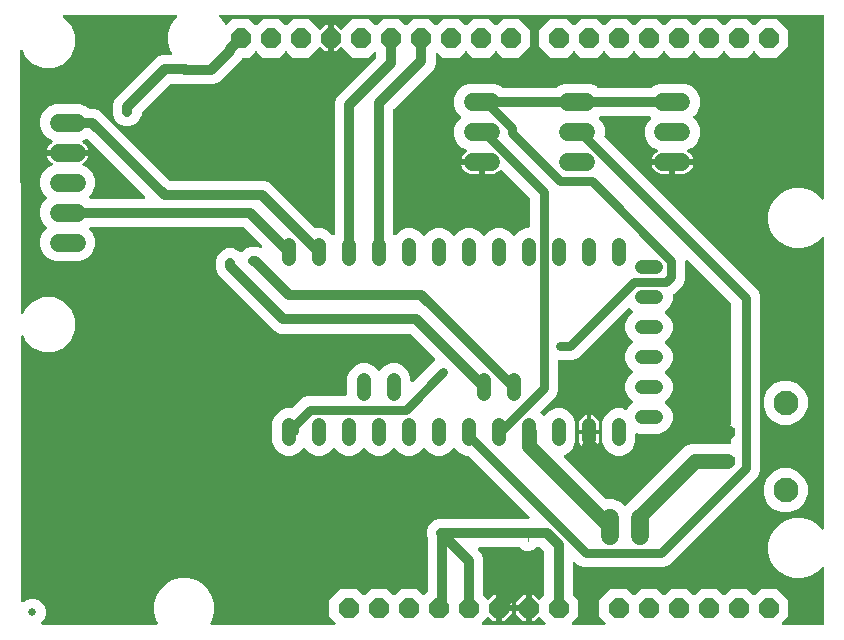
<source format=gbr>
G04 EAGLE Gerber RS-274X export*
G75*
%MOMM*%
%FSLAX34Y34*%
%LPD*%
%INTop Copper*%
%IPPOS*%
%AMOC8*
5,1,8,0,0,1.08239X$1,22.5*%
G01*
%ADD10C,1.524000*%
%ADD11C,1.200000*%
%ADD12P,1.814519X8X22.500000*%
%ADD13R,2.700000X0.700000*%
%ADD14C,2.100000*%
%ADD15C,0.650000*%
%ADD16C,1.016000*%
%ADD17C,1.270000*%
%ADD18C,0.812800*%
%ADD19C,0.100000*%
%ADD20C,0.800000*%
%ADD21C,0.600000*%

G36*
X126552Y11447D02*
X126552Y11447D01*
X126684Y11458D01*
X126710Y11467D01*
X126737Y11471D01*
X126859Y11519D01*
X126985Y11563D01*
X127007Y11578D01*
X127032Y11588D01*
X127139Y11665D01*
X127250Y11739D01*
X127268Y11759D01*
X127290Y11774D01*
X127374Y11877D01*
X127463Y11975D01*
X127475Y11999D01*
X127492Y12019D01*
X127549Y12139D01*
X127610Y12256D01*
X127616Y12283D01*
X127628Y12307D01*
X127653Y12437D01*
X127683Y12566D01*
X127683Y12593D01*
X127688Y12620D01*
X127680Y12752D01*
X127677Y12884D01*
X127670Y12910D01*
X127668Y12937D01*
X127627Y13063D01*
X127592Y13190D01*
X127575Y13225D01*
X127570Y13239D01*
X127558Y13258D01*
X127520Y13335D01*
X126237Y15557D01*
X124499Y22043D01*
X124499Y28757D01*
X126237Y35243D01*
X129594Y41058D01*
X134342Y45806D01*
X140157Y49163D01*
X146643Y50901D01*
X153357Y50901D01*
X159843Y49163D01*
X165658Y45806D01*
X170406Y41058D01*
X173763Y35243D01*
X175501Y28757D01*
X175501Y22043D01*
X173763Y15557D01*
X172480Y13335D01*
X172428Y13212D01*
X172372Y13093D01*
X172367Y13066D01*
X172356Y13041D01*
X172337Y12910D01*
X172312Y12781D01*
X172314Y12754D01*
X172310Y12727D01*
X172324Y12595D01*
X172332Y12463D01*
X172340Y12437D01*
X172343Y12411D01*
X172389Y12286D01*
X172430Y12161D01*
X172444Y12138D01*
X172454Y12112D01*
X172529Y12004D01*
X172600Y11892D01*
X172620Y11873D01*
X172635Y11851D01*
X172735Y11765D01*
X172832Y11674D01*
X172855Y11661D01*
X172876Y11643D01*
X172995Y11584D01*
X173110Y11520D01*
X173136Y11514D01*
X173161Y11502D01*
X173290Y11474D01*
X173418Y11441D01*
X173456Y11439D01*
X173472Y11435D01*
X173494Y11436D01*
X173579Y11431D01*
X277136Y11431D01*
X277274Y11448D01*
X277413Y11461D01*
X277432Y11468D01*
X277452Y11471D01*
X277581Y11522D01*
X277712Y11569D01*
X277729Y11580D01*
X277748Y11588D01*
X277860Y11669D01*
X277975Y11747D01*
X277989Y11763D01*
X278005Y11774D01*
X278094Y11882D01*
X278186Y11986D01*
X278195Y12004D01*
X278208Y12019D01*
X278267Y12145D01*
X278330Y12269D01*
X278335Y12289D01*
X278343Y12307D01*
X278369Y12443D01*
X278400Y12579D01*
X278399Y12600D01*
X278403Y12620D01*
X278394Y12758D01*
X278390Y12897D01*
X278385Y12917D01*
X278383Y12937D01*
X278340Y13069D01*
X278302Y13203D01*
X278292Y13220D01*
X278285Y13239D01*
X278211Y13357D01*
X278140Y13477D01*
X278122Y13498D01*
X278115Y13508D01*
X278100Y13522D01*
X278034Y13598D01*
X273017Y18614D01*
X273017Y32186D01*
X282614Y41783D01*
X296186Y41783D01*
X301203Y36766D01*
X301297Y36693D01*
X301386Y36614D01*
X301422Y36596D01*
X301454Y36571D01*
X301563Y36524D01*
X301669Y36470D01*
X301708Y36461D01*
X301746Y36445D01*
X301863Y36426D01*
X301979Y36400D01*
X302020Y36401D01*
X302060Y36395D01*
X302178Y36406D01*
X302297Y36410D01*
X302336Y36421D01*
X302376Y36425D01*
X302489Y36465D01*
X302603Y36498D01*
X302638Y36519D01*
X302676Y36532D01*
X302774Y36599D01*
X302877Y36660D01*
X302922Y36700D01*
X302939Y36711D01*
X302952Y36726D01*
X302998Y36766D01*
X308014Y41783D01*
X321586Y41783D01*
X326603Y36766D01*
X326697Y36693D01*
X326786Y36614D01*
X326822Y36596D01*
X326854Y36571D01*
X326963Y36524D01*
X327069Y36470D01*
X327108Y36461D01*
X327146Y36445D01*
X327263Y36426D01*
X327379Y36400D01*
X327420Y36401D01*
X327460Y36395D01*
X327578Y36406D01*
X327697Y36410D01*
X327736Y36421D01*
X327776Y36425D01*
X327889Y36465D01*
X328003Y36498D01*
X328038Y36519D01*
X328076Y36532D01*
X328174Y36599D01*
X328277Y36660D01*
X328322Y36700D01*
X328339Y36711D01*
X328352Y36726D01*
X328398Y36766D01*
X333414Y41783D01*
X346986Y41783D01*
X352003Y36766D01*
X352097Y36693D01*
X352186Y36614D01*
X352222Y36596D01*
X352254Y36571D01*
X352363Y36524D01*
X352469Y36470D01*
X352508Y36461D01*
X352546Y36445D01*
X352663Y36426D01*
X352779Y36400D01*
X352820Y36401D01*
X352860Y36395D01*
X352978Y36406D01*
X353097Y36410D01*
X353136Y36421D01*
X353176Y36425D01*
X353289Y36465D01*
X353403Y36498D01*
X353438Y36519D01*
X353476Y36532D01*
X353574Y36599D01*
X353677Y36660D01*
X353722Y36700D01*
X353739Y36711D01*
X353752Y36726D01*
X353798Y36766D01*
X355864Y38832D01*
X355924Y38910D01*
X355992Y38983D01*
X356021Y39036D01*
X356058Y39083D01*
X356098Y39174D01*
X356146Y39261D01*
X356161Y39320D01*
X356185Y39375D01*
X356200Y39473D01*
X356225Y39569D01*
X356231Y39669D01*
X356235Y39689D01*
X356233Y39702D01*
X356235Y39730D01*
X356235Y84856D01*
X356234Y84865D01*
X356235Y84875D01*
X356214Y85023D01*
X356195Y85172D01*
X356192Y85180D01*
X356191Y85190D01*
X356139Y85342D01*
X355659Y86500D01*
X355659Y91300D01*
X357496Y95734D01*
X360889Y99128D01*
X365324Y100965D01*
X441499Y100965D01*
X441637Y100982D01*
X441776Y100995D01*
X441795Y101002D01*
X441815Y101005D01*
X441944Y101056D01*
X442075Y101103D01*
X442092Y101114D01*
X442111Y101122D01*
X442223Y101203D01*
X442338Y101281D01*
X442352Y101297D01*
X442368Y101308D01*
X442457Y101416D01*
X442549Y101520D01*
X442558Y101538D01*
X442571Y101553D01*
X442630Y101679D01*
X442693Y101803D01*
X442698Y101823D01*
X442706Y101841D01*
X442732Y101977D01*
X442763Y102113D01*
X442762Y102134D01*
X442766Y102153D01*
X442757Y102292D01*
X442753Y102431D01*
X442748Y102451D01*
X442746Y102471D01*
X442704Y102603D01*
X442665Y102737D01*
X442655Y102754D01*
X442648Y102773D01*
X442574Y102891D01*
X442503Y103011D01*
X442485Y103032D01*
X442478Y103042D01*
X442463Y103056D01*
X442397Y103131D01*
X391301Y154228D01*
X391223Y154288D01*
X391151Y154356D01*
X391098Y154385D01*
X391050Y154422D01*
X390959Y154462D01*
X390872Y154510D01*
X390813Y154525D01*
X390758Y154549D01*
X390660Y154564D01*
X390564Y154589D01*
X390464Y154595D01*
X390444Y154599D01*
X390431Y154597D01*
X390403Y154599D01*
X388415Y154599D01*
X383269Y156731D01*
X379398Y160602D01*
X379303Y160676D01*
X379214Y160754D01*
X379178Y160773D01*
X379146Y160797D01*
X379037Y160845D01*
X378931Y160899D01*
X378892Y160908D01*
X378854Y160924D01*
X378737Y160942D01*
X378621Y160968D01*
X378580Y160967D01*
X378540Y160974D01*
X378422Y160962D01*
X378303Y160959D01*
X378264Y160948D01*
X378224Y160944D01*
X378111Y160903D01*
X377997Y160870D01*
X377963Y160850D01*
X377924Y160836D01*
X377826Y160769D01*
X377723Y160709D01*
X377678Y160669D01*
X377661Y160658D01*
X377648Y160642D01*
X377603Y160602D01*
X373731Y156731D01*
X368585Y154599D01*
X363015Y154599D01*
X357869Y156731D01*
X353998Y160602D01*
X353903Y160676D01*
X353814Y160754D01*
X353778Y160773D01*
X353746Y160797D01*
X353637Y160845D01*
X353531Y160899D01*
X353492Y160908D01*
X353454Y160924D01*
X353337Y160942D01*
X353221Y160968D01*
X353180Y160967D01*
X353140Y160974D01*
X353022Y160962D01*
X352903Y160959D01*
X352864Y160948D01*
X352824Y160944D01*
X352711Y160903D01*
X352597Y160870D01*
X352563Y160850D01*
X352524Y160836D01*
X352426Y160769D01*
X352323Y160709D01*
X352278Y160669D01*
X352261Y160658D01*
X352248Y160642D01*
X352203Y160602D01*
X348331Y156731D01*
X343185Y154599D01*
X337615Y154599D01*
X332469Y156731D01*
X328598Y160602D01*
X328503Y160676D01*
X328414Y160754D01*
X328378Y160773D01*
X328346Y160797D01*
X328237Y160845D01*
X328131Y160899D01*
X328092Y160908D01*
X328054Y160924D01*
X327937Y160942D01*
X327821Y160968D01*
X327780Y160967D01*
X327740Y160974D01*
X327622Y160962D01*
X327503Y160959D01*
X327464Y160948D01*
X327424Y160944D01*
X327311Y160903D01*
X327197Y160870D01*
X327163Y160850D01*
X327124Y160836D01*
X327026Y160769D01*
X326923Y160709D01*
X326878Y160669D01*
X326861Y160658D01*
X326848Y160642D01*
X326803Y160602D01*
X322931Y156731D01*
X317785Y154599D01*
X312215Y154599D01*
X307069Y156731D01*
X303197Y160602D01*
X303103Y160676D01*
X303014Y160754D01*
X302978Y160773D01*
X302946Y160797D01*
X302837Y160845D01*
X302731Y160899D01*
X302692Y160908D01*
X302654Y160924D01*
X302537Y160942D01*
X302421Y160968D01*
X302380Y160967D01*
X302340Y160974D01*
X302222Y160962D01*
X302103Y160959D01*
X302064Y160948D01*
X302024Y160944D01*
X301911Y160903D01*
X301797Y160870D01*
X301762Y160850D01*
X301724Y160836D01*
X301626Y160769D01*
X301523Y160709D01*
X301478Y160669D01*
X301461Y160658D01*
X301448Y160642D01*
X301402Y160602D01*
X297531Y156731D01*
X292385Y154599D01*
X286815Y154599D01*
X281669Y156731D01*
X277798Y160602D01*
X277703Y160676D01*
X277614Y160754D01*
X277578Y160773D01*
X277546Y160797D01*
X277437Y160845D01*
X277331Y160899D01*
X277292Y160908D01*
X277254Y160924D01*
X277137Y160942D01*
X277021Y160968D01*
X276980Y160967D01*
X276940Y160974D01*
X276822Y160962D01*
X276703Y160959D01*
X276664Y160948D01*
X276624Y160944D01*
X276511Y160903D01*
X276397Y160870D01*
X276363Y160850D01*
X276324Y160836D01*
X276226Y160769D01*
X276123Y160709D01*
X276078Y160669D01*
X276061Y160658D01*
X276048Y160642D01*
X276003Y160602D01*
X272131Y156731D01*
X266985Y154599D01*
X261415Y154599D01*
X256269Y156731D01*
X252398Y160602D01*
X252303Y160676D01*
X252214Y160754D01*
X252178Y160773D01*
X252146Y160797D01*
X252037Y160845D01*
X251931Y160899D01*
X251892Y160908D01*
X251854Y160924D01*
X251737Y160942D01*
X251621Y160968D01*
X251580Y160967D01*
X251540Y160974D01*
X251422Y160962D01*
X251303Y160959D01*
X251264Y160948D01*
X251224Y160944D01*
X251111Y160903D01*
X250997Y160870D01*
X250963Y160850D01*
X250924Y160836D01*
X250826Y160769D01*
X250723Y160709D01*
X250678Y160669D01*
X250661Y160658D01*
X250648Y160642D01*
X250603Y160602D01*
X246731Y156731D01*
X241585Y154599D01*
X236015Y154599D01*
X230869Y156731D01*
X226931Y160669D01*
X224799Y165815D01*
X224799Y183385D01*
X226931Y188531D01*
X230869Y192469D01*
X236015Y194601D01*
X240103Y194601D01*
X240202Y194613D01*
X240301Y194616D01*
X240359Y194633D01*
X240419Y194641D01*
X240511Y194677D01*
X240606Y194705D01*
X240658Y194735D01*
X240715Y194758D01*
X240795Y194816D01*
X240880Y194866D01*
X240955Y194932D01*
X240972Y194944D01*
X240980Y194954D01*
X241001Y194972D01*
X249702Y203674D01*
X254113Y205501D01*
X287030Y205501D01*
X287148Y205516D01*
X287267Y205523D01*
X287305Y205536D01*
X287346Y205541D01*
X287456Y205584D01*
X287569Y205621D01*
X287604Y205643D01*
X287641Y205658D01*
X287737Y205727D01*
X287838Y205791D01*
X287866Y205821D01*
X287899Y205844D01*
X287975Y205936D01*
X288056Y206023D01*
X288076Y206058D01*
X288101Y206089D01*
X288152Y206197D01*
X288210Y206301D01*
X288220Y206341D01*
X288237Y206377D01*
X288259Y206494D01*
X288289Y206609D01*
X288293Y206669D01*
X288297Y206689D01*
X288295Y206710D01*
X288299Y206770D01*
X288299Y221485D01*
X290431Y226631D01*
X294369Y230569D01*
X299515Y232701D01*
X305085Y232701D01*
X310231Y230569D01*
X314102Y226698D01*
X314197Y226624D01*
X314286Y226546D01*
X314322Y226527D01*
X314354Y226503D01*
X314463Y226455D01*
X314569Y226401D01*
X314608Y226392D01*
X314646Y226376D01*
X314763Y226358D01*
X314879Y226332D01*
X314920Y226333D01*
X314960Y226326D01*
X315078Y226338D01*
X315197Y226341D01*
X315236Y226352D01*
X315276Y226356D01*
X315389Y226397D01*
X315503Y226430D01*
X315537Y226450D01*
X315576Y226464D01*
X315674Y226531D01*
X315777Y226591D01*
X315822Y226631D01*
X315839Y226642D01*
X315852Y226658D01*
X315897Y226698D01*
X319769Y230569D01*
X324915Y232701D01*
X330485Y232701D01*
X335631Y230569D01*
X339569Y226631D01*
X341701Y221485D01*
X341701Y217737D01*
X341718Y217599D01*
X341731Y217460D01*
X341738Y217441D01*
X341741Y217421D01*
X341792Y217292D01*
X341839Y217161D01*
X341850Y217144D01*
X341858Y217125D01*
X341939Y217013D01*
X342017Y216898D01*
X342033Y216884D01*
X342044Y216868D01*
X342152Y216779D01*
X342256Y216687D01*
X342274Y216678D01*
X342289Y216665D01*
X342415Y216606D01*
X342539Y216543D01*
X342559Y216538D01*
X342577Y216530D01*
X342713Y216504D01*
X342849Y216473D01*
X342870Y216474D01*
X342889Y216470D01*
X343028Y216479D01*
X343167Y216483D01*
X343187Y216488D01*
X343207Y216490D01*
X343339Y216532D01*
X343473Y216571D01*
X343490Y216581D01*
X343509Y216588D01*
X343627Y216662D01*
X343747Y216733D01*
X343768Y216751D01*
X343778Y216758D01*
X343792Y216773D01*
X343867Y216839D01*
X362327Y235299D01*
X362329Y235300D01*
X362333Y235305D01*
X362381Y235352D01*
X362410Y235390D01*
X362478Y235455D01*
X362505Y235499D01*
X362539Y235538D01*
X362567Y235593D01*
X362576Y235604D01*
X362590Y235637D01*
X362645Y235726D01*
X362660Y235775D01*
X362684Y235822D01*
X362699Y235889D01*
X362702Y235895D01*
X362705Y235915D01*
X362708Y235926D01*
X362740Y236029D01*
X362742Y236081D01*
X362754Y236132D01*
X362751Y236207D01*
X362752Y236209D01*
X362751Y236216D01*
X362750Y236240D01*
X362756Y236347D01*
X362746Y236398D01*
X362744Y236450D01*
X362714Y236553D01*
X362693Y236658D01*
X362670Y236705D01*
X362656Y236755D01*
X362601Y236848D01*
X362554Y236945D01*
X362521Y236984D01*
X362494Y237029D01*
X362388Y237150D01*
X341974Y257564D01*
X341896Y257624D01*
X341824Y257692D01*
X341771Y257721D01*
X341723Y257758D01*
X341632Y257798D01*
X341545Y257846D01*
X341487Y257861D01*
X341431Y257885D01*
X341333Y257900D01*
X341238Y257925D01*
X341138Y257931D01*
X341117Y257935D01*
X341105Y257933D01*
X341077Y257935D01*
X231600Y257935D01*
X227166Y259772D01*
X178772Y308166D01*
X176935Y312600D01*
X176935Y320400D01*
X178772Y324834D01*
X182166Y328228D01*
X186600Y330065D01*
X191400Y330065D01*
X195834Y328228D01*
X197102Y326960D01*
X197197Y326887D01*
X197286Y326808D01*
X197322Y326789D01*
X197354Y326765D01*
X197463Y326717D01*
X197569Y326663D01*
X197608Y326654D01*
X197646Y326638D01*
X197763Y326620D01*
X197879Y326594D01*
X197920Y326595D01*
X197960Y326588D01*
X198078Y326600D01*
X198197Y326603D01*
X198236Y326615D01*
X198276Y326618D01*
X198389Y326659D01*
X198503Y326692D01*
X198537Y326712D01*
X198576Y326726D01*
X198674Y326793D01*
X198777Y326853D01*
X198822Y326893D01*
X198839Y326904D01*
X198852Y326920D01*
X198897Y326960D01*
X201666Y329728D01*
X206100Y331565D01*
X212400Y331565D01*
X214653Y330631D01*
X214720Y330613D01*
X214785Y330585D01*
X214873Y330571D01*
X214960Y330547D01*
X215030Y330546D01*
X215099Y330535D01*
X215188Y330544D01*
X215278Y330542D01*
X215346Y330559D01*
X215415Y330565D01*
X215500Y330596D01*
X215587Y330617D01*
X215649Y330649D01*
X215715Y330673D01*
X215789Y330723D01*
X215868Y330765D01*
X215920Y330812D01*
X215978Y330851D01*
X216037Y330919D01*
X216104Y330979D01*
X216142Y331038D01*
X216188Y331090D01*
X216229Y331170D01*
X216278Y331245D01*
X216301Y331311D01*
X216333Y331373D01*
X216352Y331461D01*
X216382Y331546D01*
X216387Y331615D01*
X216402Y331683D01*
X216400Y331773D01*
X216407Y331863D01*
X216395Y331931D01*
X216393Y332001D01*
X216368Y332087D01*
X216352Y332176D01*
X216324Y332240D01*
X216304Y332307D01*
X216259Y332384D01*
X216222Y332466D01*
X216178Y332520D01*
X216143Y332581D01*
X216036Y332701D01*
X200974Y347764D01*
X200896Y347824D01*
X200824Y347892D01*
X200771Y347921D01*
X200723Y347958D01*
X200632Y347998D01*
X200546Y348046D01*
X200487Y348061D01*
X200431Y348085D01*
X200333Y348100D01*
X200238Y348125D01*
X200138Y348131D01*
X200117Y348135D01*
X200105Y348133D01*
X200077Y348135D01*
X70840Y348135D01*
X70703Y348118D01*
X70564Y348105D01*
X70545Y348098D01*
X70524Y348095D01*
X70396Y348044D01*
X70264Y347997D01*
X70248Y347986D01*
X70229Y347978D01*
X70116Y347897D01*
X70001Y347819D01*
X69988Y347803D01*
X69971Y347792D01*
X69883Y347684D01*
X69791Y347580D01*
X69782Y347562D01*
X69769Y347547D01*
X69709Y347421D01*
X69646Y347297D01*
X69642Y347277D01*
X69633Y347259D01*
X69607Y347123D01*
X69577Y346987D01*
X69577Y346966D01*
X69573Y346947D01*
X69582Y346808D01*
X69586Y346669D01*
X69592Y346649D01*
X69593Y346629D01*
X69636Y346497D01*
X69675Y346363D01*
X69685Y346346D01*
X69691Y346327D01*
X69766Y346209D01*
X69836Y346089D01*
X69855Y346068D01*
X69861Y346058D01*
X69876Y346044D01*
X69943Y345969D01*
X72263Y343648D01*
X74641Y337907D01*
X74641Y331693D01*
X72263Y325952D01*
X67868Y321557D01*
X62127Y319179D01*
X40673Y319179D01*
X34932Y321557D01*
X30537Y325952D01*
X28159Y331693D01*
X28159Y337907D01*
X30537Y343648D01*
X33491Y346602D01*
X33565Y346697D01*
X33643Y346786D01*
X33662Y346822D01*
X33686Y346854D01*
X33734Y346963D01*
X33788Y347069D01*
X33797Y347108D01*
X33813Y347146D01*
X33831Y347263D01*
X33857Y347379D01*
X33856Y347420D01*
X33863Y347460D01*
X33851Y347578D01*
X33848Y347697D01*
X33837Y347736D01*
X33833Y347776D01*
X33792Y347889D01*
X33759Y348003D01*
X33739Y348037D01*
X33725Y348076D01*
X33658Y348174D01*
X33598Y348277D01*
X33558Y348322D01*
X33547Y348339D01*
X33531Y348352D01*
X33491Y348397D01*
X30537Y351352D01*
X28159Y357093D01*
X28159Y363307D01*
X30537Y369048D01*
X33491Y372002D01*
X33565Y372097D01*
X33643Y372186D01*
X33662Y372222D01*
X33686Y372254D01*
X33734Y372363D01*
X33788Y372469D01*
X33797Y372508D01*
X33813Y372546D01*
X33831Y372663D01*
X33857Y372779D01*
X33856Y372820D01*
X33863Y372860D01*
X33851Y372978D01*
X33848Y373097D01*
X33837Y373136D01*
X33833Y373176D01*
X33792Y373289D01*
X33759Y373403D01*
X33739Y373437D01*
X33725Y373476D01*
X33658Y373574D01*
X33598Y373677D01*
X33558Y373722D01*
X33547Y373739D01*
X33531Y373752D01*
X33491Y373797D01*
X30537Y376752D01*
X28159Y382493D01*
X28159Y388707D01*
X30537Y394448D01*
X34932Y398843D01*
X38121Y400164D01*
X38250Y400237D01*
X38381Y400309D01*
X38388Y400316D01*
X38397Y400321D01*
X38504Y400425D01*
X38613Y400527D01*
X38618Y400535D01*
X38626Y400542D01*
X38703Y400669D01*
X38783Y400795D01*
X38786Y400805D01*
X38792Y400814D01*
X38836Y400956D01*
X38882Y401097D01*
X38882Y401108D01*
X38885Y401118D01*
X38892Y401266D01*
X38902Y401415D01*
X38900Y401425D01*
X38901Y401435D01*
X38870Y401581D01*
X38843Y401727D01*
X38838Y401737D01*
X38836Y401747D01*
X38770Y401881D01*
X38708Y402015D01*
X38701Y402023D01*
X38697Y402032D01*
X38600Y402145D01*
X38505Y402260D01*
X38494Y402269D01*
X38490Y402274D01*
X38478Y402283D01*
X38381Y402363D01*
X37161Y403250D01*
X36030Y404381D01*
X35090Y405675D01*
X34364Y407100D01*
X33921Y408461D01*
X50130Y408461D01*
X50248Y408476D01*
X50367Y408483D01*
X50405Y408496D01*
X50445Y408501D01*
X50556Y408544D01*
X50669Y408581D01*
X50703Y408603D01*
X50741Y408618D01*
X50837Y408688D01*
X50938Y408751D01*
X50966Y408781D01*
X50998Y408804D01*
X51074Y408896D01*
X51156Y408983D01*
X51175Y409018D01*
X51201Y409049D01*
X51252Y409157D01*
X51309Y409261D01*
X51320Y409301D01*
X51337Y409337D01*
X51359Y409454D01*
X51389Y409569D01*
X51393Y409630D01*
X51397Y409650D01*
X51395Y409670D01*
X51399Y409730D01*
X51399Y412270D01*
X51384Y412388D01*
X51377Y412507D01*
X51364Y412545D01*
X51359Y412585D01*
X51315Y412696D01*
X51279Y412809D01*
X51257Y412844D01*
X51242Y412881D01*
X51172Y412977D01*
X51109Y413078D01*
X51079Y413106D01*
X51055Y413139D01*
X50964Y413214D01*
X50877Y413296D01*
X50842Y413316D01*
X50810Y413341D01*
X50703Y413392D01*
X50598Y413450D01*
X50559Y413460D01*
X50523Y413477D01*
X50406Y413499D01*
X50291Y413529D01*
X50230Y413533D01*
X50210Y413537D01*
X50190Y413535D01*
X50130Y413539D01*
X33921Y413539D01*
X34364Y414900D01*
X35090Y416325D01*
X36030Y417619D01*
X37161Y418750D01*
X38381Y419637D01*
X38489Y419738D01*
X38600Y419839D01*
X38606Y419848D01*
X38613Y419855D01*
X38693Y419980D01*
X38775Y420105D01*
X38778Y420114D01*
X38783Y420123D01*
X38830Y420265D01*
X38878Y420405D01*
X38879Y420416D01*
X38882Y420425D01*
X38891Y420573D01*
X38903Y420722D01*
X38901Y420733D01*
X38902Y420743D01*
X38874Y420889D01*
X38849Y421036D01*
X38844Y421045D01*
X38842Y421055D01*
X38779Y421190D01*
X38718Y421326D01*
X38712Y421334D01*
X38707Y421343D01*
X38613Y421458D01*
X38519Y421574D01*
X38511Y421580D01*
X38505Y421588D01*
X38384Y421676D01*
X38265Y421765D01*
X38253Y421772D01*
X38248Y421775D01*
X38234Y421781D01*
X38121Y421836D01*
X34932Y423157D01*
X30537Y427552D01*
X28159Y433293D01*
X28159Y439507D01*
X30537Y445248D01*
X34932Y449643D01*
X40673Y452021D01*
X62127Y452021D01*
X67868Y449643D01*
X68675Y448836D01*
X68753Y448776D01*
X68825Y448708D01*
X68878Y448679D01*
X68926Y448642D01*
X69017Y448602D01*
X69103Y448554D01*
X69162Y448539D01*
X69218Y448515D01*
X69316Y448500D01*
X69411Y448475D01*
X69511Y448469D01*
X69532Y448465D01*
X69544Y448467D01*
X69572Y448465D01*
X74500Y448465D01*
X78934Y446628D01*
X138126Y387436D01*
X138204Y387376D01*
X138276Y387308D01*
X138329Y387279D01*
X138377Y387242D01*
X138468Y387202D01*
X138555Y387154D01*
X138613Y387139D01*
X138669Y387115D01*
X138767Y387100D01*
X138862Y387075D01*
X138962Y387069D01*
X138983Y387065D01*
X138995Y387067D01*
X139023Y387065D01*
X218600Y387065D01*
X223034Y385228D01*
X260890Y347372D01*
X260968Y347312D01*
X261040Y347244D01*
X261093Y347215D01*
X261141Y347178D01*
X261232Y347138D01*
X261319Y347090D01*
X261377Y347075D01*
X261433Y347051D01*
X261531Y347036D01*
X261626Y347011D01*
X261726Y347005D01*
X261747Y347001D01*
X261759Y347003D01*
X261787Y347001D01*
X266985Y347001D01*
X272131Y344869D01*
X275369Y341631D01*
X275478Y341546D01*
X275585Y341458D01*
X275604Y341449D01*
X275620Y341437D01*
X275748Y341381D01*
X275873Y341322D01*
X275893Y341318D01*
X275912Y341310D01*
X276050Y341288D01*
X276186Y341262D01*
X276206Y341264D01*
X276226Y341260D01*
X276365Y341273D01*
X276503Y341282D01*
X276522Y341288D01*
X276542Y341290D01*
X276674Y341337D01*
X276805Y341380D01*
X276823Y341391D01*
X276842Y341398D01*
X276957Y341476D01*
X277074Y341550D01*
X277088Y341565D01*
X277105Y341576D01*
X277197Y341681D01*
X277292Y341782D01*
X277302Y341800D01*
X277315Y341815D01*
X277379Y341939D01*
X277446Y342060D01*
X277451Y342080D01*
X277460Y342098D01*
X277490Y342234D01*
X277525Y342368D01*
X277527Y342396D01*
X277530Y342408D01*
X277529Y342429D01*
X277535Y342529D01*
X277535Y454000D01*
X279372Y458434D01*
X312524Y491586D01*
X312584Y491664D01*
X312652Y491736D01*
X312674Y491776D01*
X312691Y491796D01*
X312697Y491809D01*
X312718Y491837D01*
X312758Y491928D01*
X312806Y492015D01*
X312820Y492070D01*
X312826Y492084D01*
X312827Y492088D01*
X312845Y492129D01*
X312860Y492227D01*
X312885Y492322D01*
X312891Y492422D01*
X312895Y492443D01*
X312893Y492455D01*
X312895Y492483D01*
X312895Y495102D01*
X312878Y495240D01*
X312865Y495379D01*
X312858Y495398D01*
X312855Y495418D01*
X312804Y495547D01*
X312757Y495678D01*
X312746Y495695D01*
X312738Y495714D01*
X312657Y495826D01*
X312579Y495941D01*
X312563Y495955D01*
X312552Y495971D01*
X312444Y496060D01*
X312340Y496152D01*
X312322Y496161D01*
X312307Y496174D01*
X312181Y496233D01*
X312057Y496296D01*
X312037Y496301D01*
X312019Y496309D01*
X311883Y496335D01*
X311747Y496366D01*
X311726Y496365D01*
X311707Y496369D01*
X311568Y496360D01*
X311429Y496356D01*
X311409Y496351D01*
X311389Y496349D01*
X311257Y496307D01*
X311123Y496268D01*
X311106Y496258D01*
X311087Y496251D01*
X310969Y496177D01*
X310849Y496106D01*
X310828Y496088D01*
X310818Y496081D01*
X310804Y496066D01*
X310729Y496000D01*
X306346Y491617D01*
X292774Y491617D01*
X283897Y500495D01*
X283803Y500568D01*
X283713Y500646D01*
X283677Y500665D01*
X283645Y500690D01*
X283536Y500737D01*
X283430Y500791D01*
X283391Y500800D01*
X283354Y500816D01*
X283236Y500835D01*
X283120Y500861D01*
X283080Y500859D01*
X283039Y500866D01*
X282921Y500855D01*
X282802Y500851D01*
X282763Y500840D01*
X282723Y500836D01*
X282611Y500796D01*
X282496Y500763D01*
X282462Y500742D01*
X282424Y500728D01*
X282325Y500661D01*
X282223Y500601D01*
X282177Y500561D01*
X282160Y500550D01*
X282147Y500534D01*
X282102Y500495D01*
X278684Y497077D01*
X276659Y497077D01*
X276659Y506770D01*
X276644Y506888D01*
X276637Y507007D01*
X276624Y507045D01*
X276619Y507085D01*
X276576Y507196D01*
X276539Y507309D01*
X276517Y507343D01*
X276502Y507381D01*
X276433Y507477D01*
X276369Y507578D01*
X276339Y507606D01*
X276316Y507638D01*
X276224Y507714D01*
X276137Y507796D01*
X276102Y507815D01*
X276071Y507841D01*
X275963Y507892D01*
X275859Y507949D01*
X275819Y507959D01*
X275783Y507977D01*
X275676Y507997D01*
X275706Y508001D01*
X275816Y508045D01*
X275929Y508081D01*
X275964Y508103D01*
X276001Y508118D01*
X276097Y508188D01*
X276198Y508251D01*
X276226Y508281D01*
X276259Y508305D01*
X276335Y508396D01*
X276416Y508483D01*
X276436Y508518D01*
X276461Y508550D01*
X276512Y508657D01*
X276570Y508762D01*
X276580Y508801D01*
X276597Y508837D01*
X276619Y508954D01*
X276649Y509070D01*
X276653Y509130D01*
X276657Y509150D01*
X276655Y509170D01*
X276659Y509230D01*
X276659Y518923D01*
X278684Y518923D01*
X282102Y515505D01*
X282196Y515432D01*
X282285Y515354D01*
X282321Y515335D01*
X282353Y515310D01*
X282462Y515263D01*
X282568Y515209D01*
X282608Y515200D01*
X282645Y515184D01*
X282763Y515165D01*
X282879Y515139D01*
X282919Y515141D01*
X282959Y515134D01*
X283078Y515145D01*
X283196Y515149D01*
X283235Y515160D01*
X283276Y515164D01*
X283388Y515204D01*
X283502Y515237D01*
X283537Y515258D01*
X283575Y515272D01*
X283674Y515339D01*
X283776Y515399D01*
X283821Y515439D01*
X283838Y515450D01*
X283851Y515466D01*
X283897Y515505D01*
X292774Y524383D01*
X306346Y524383D01*
X311363Y519366D01*
X311457Y519293D01*
X311546Y519214D01*
X311582Y519196D01*
X311614Y519171D01*
X311723Y519124D01*
X311829Y519070D01*
X311868Y519061D01*
X311906Y519045D01*
X312023Y519026D01*
X312139Y519000D01*
X312180Y519001D01*
X312220Y518995D01*
X312338Y519006D01*
X312457Y519010D01*
X312496Y519021D01*
X312536Y519025D01*
X312649Y519065D01*
X312763Y519098D01*
X312798Y519119D01*
X312836Y519132D01*
X312934Y519199D01*
X313037Y519260D01*
X313082Y519300D01*
X313099Y519311D01*
X313112Y519326D01*
X313158Y519366D01*
X318174Y524383D01*
X331746Y524383D01*
X336763Y519366D01*
X336857Y519293D01*
X336946Y519214D01*
X336982Y519196D01*
X337014Y519171D01*
X337123Y519124D01*
X337229Y519070D01*
X337268Y519061D01*
X337306Y519045D01*
X337423Y519026D01*
X337539Y519000D01*
X337580Y519001D01*
X337620Y518995D01*
X337738Y519006D01*
X337857Y519010D01*
X337896Y519021D01*
X337936Y519025D01*
X338049Y519065D01*
X338163Y519098D01*
X338198Y519119D01*
X338236Y519132D01*
X338334Y519199D01*
X338437Y519260D01*
X338482Y519300D01*
X338499Y519311D01*
X338512Y519326D01*
X338558Y519366D01*
X343574Y524383D01*
X357146Y524383D01*
X362163Y519366D01*
X362257Y519293D01*
X362346Y519214D01*
X362382Y519196D01*
X362414Y519171D01*
X362523Y519124D01*
X362629Y519070D01*
X362668Y519061D01*
X362706Y519045D01*
X362823Y519026D01*
X362939Y519000D01*
X362980Y519001D01*
X363020Y518995D01*
X363138Y519006D01*
X363257Y519010D01*
X363296Y519021D01*
X363336Y519025D01*
X363449Y519065D01*
X363563Y519098D01*
X363598Y519119D01*
X363636Y519132D01*
X363734Y519199D01*
X363837Y519260D01*
X363882Y519300D01*
X363899Y519311D01*
X363912Y519326D01*
X363958Y519366D01*
X368974Y524383D01*
X382546Y524383D01*
X387563Y519366D01*
X387657Y519293D01*
X387746Y519214D01*
X387782Y519196D01*
X387814Y519171D01*
X387923Y519124D01*
X388029Y519070D01*
X388068Y519061D01*
X388106Y519045D01*
X388223Y519026D01*
X388339Y519000D01*
X388380Y519001D01*
X388420Y518995D01*
X388538Y519006D01*
X388657Y519010D01*
X388696Y519021D01*
X388736Y519025D01*
X388849Y519065D01*
X388963Y519098D01*
X388998Y519119D01*
X389036Y519132D01*
X389134Y519199D01*
X389237Y519260D01*
X389282Y519300D01*
X389299Y519311D01*
X389312Y519326D01*
X389358Y519366D01*
X394374Y524383D01*
X407946Y524383D01*
X412963Y519366D01*
X413057Y519293D01*
X413146Y519214D01*
X413182Y519196D01*
X413214Y519171D01*
X413323Y519124D01*
X413429Y519070D01*
X413468Y519061D01*
X413506Y519045D01*
X413623Y519026D01*
X413739Y519000D01*
X413780Y519001D01*
X413820Y518995D01*
X413938Y519006D01*
X414057Y519010D01*
X414096Y519021D01*
X414136Y519025D01*
X414249Y519065D01*
X414363Y519098D01*
X414398Y519119D01*
X414436Y519132D01*
X414534Y519199D01*
X414637Y519260D01*
X414682Y519300D01*
X414699Y519311D01*
X414712Y519326D01*
X414758Y519366D01*
X419774Y524383D01*
X433346Y524383D01*
X442943Y514786D01*
X442943Y501214D01*
X433346Y491617D01*
X419774Y491617D01*
X414758Y496634D01*
X414663Y496707D01*
X414574Y496786D01*
X414538Y496804D01*
X414506Y496829D01*
X414397Y496876D01*
X414291Y496930D01*
X414252Y496939D01*
X414214Y496955D01*
X414097Y496974D01*
X413981Y497000D01*
X413940Y496999D01*
X413900Y497005D01*
X413782Y496994D01*
X413663Y496990D01*
X413624Y496979D01*
X413584Y496975D01*
X413471Y496935D01*
X413357Y496902D01*
X413323Y496881D01*
X413284Y496868D01*
X413186Y496801D01*
X413083Y496740D01*
X413038Y496700D01*
X413021Y496689D01*
X413008Y496674D01*
X412963Y496634D01*
X407946Y491617D01*
X394374Y491617D01*
X389358Y496634D01*
X389263Y496707D01*
X389174Y496786D01*
X389138Y496804D01*
X389106Y496829D01*
X388997Y496876D01*
X388891Y496930D01*
X388852Y496939D01*
X388814Y496955D01*
X388697Y496974D01*
X388581Y497000D01*
X388540Y496999D01*
X388500Y497005D01*
X388382Y496994D01*
X388263Y496990D01*
X388224Y496979D01*
X388184Y496975D01*
X388071Y496935D01*
X387957Y496902D01*
X387923Y496881D01*
X387884Y496868D01*
X387786Y496801D01*
X387683Y496740D01*
X387638Y496700D01*
X387621Y496689D01*
X387608Y496674D01*
X387563Y496634D01*
X382546Y491617D01*
X368974Y491617D01*
X365231Y495360D01*
X365122Y495445D01*
X365015Y495534D01*
X364996Y495542D01*
X364980Y495555D01*
X364852Y495610D01*
X364727Y495669D01*
X364707Y495673D01*
X364688Y495681D01*
X364550Y495703D01*
X364414Y495729D01*
X364394Y495728D01*
X364374Y495731D01*
X364235Y495718D01*
X364097Y495709D01*
X364078Y495703D01*
X364058Y495701D01*
X363926Y495654D01*
X363795Y495611D01*
X363777Y495600D01*
X363758Y495594D01*
X363643Y495516D01*
X363526Y495441D01*
X363512Y495426D01*
X363495Y495415D01*
X363403Y495311D01*
X363308Y495210D01*
X363298Y495192D01*
X363285Y495177D01*
X363221Y495052D01*
X363154Y494931D01*
X363149Y494911D01*
X363140Y494893D01*
X363110Y494758D01*
X363075Y494623D01*
X363073Y494595D01*
X363070Y494583D01*
X363071Y494563D01*
X363065Y494462D01*
X363065Y486600D01*
X361228Y482166D01*
X327436Y448374D01*
X327376Y448296D01*
X327308Y448224D01*
X327279Y448171D01*
X327242Y448123D01*
X327202Y448032D01*
X327154Y447945D01*
X327139Y447887D01*
X327115Y447831D01*
X327100Y447733D01*
X327075Y447638D01*
X327069Y447538D01*
X327065Y447517D01*
X327067Y447505D01*
X327065Y447477D01*
X327065Y342529D01*
X327082Y342392D01*
X327095Y342253D01*
X327102Y342233D01*
X327105Y342213D01*
X327156Y342085D01*
X327203Y341953D01*
X327214Y341937D01*
X327222Y341918D01*
X327303Y341805D01*
X327381Y341690D01*
X327397Y341677D01*
X327408Y341660D01*
X327516Y341572D01*
X327620Y341480D01*
X327638Y341471D01*
X327653Y341458D01*
X327779Y341398D01*
X327903Y341335D01*
X327923Y341331D01*
X327941Y341322D01*
X328077Y341296D01*
X328213Y341265D01*
X328234Y341266D01*
X328253Y341262D01*
X328392Y341271D01*
X328531Y341275D01*
X328551Y341281D01*
X328571Y341282D01*
X328703Y341325D01*
X328837Y341364D01*
X328854Y341374D01*
X328873Y341380D01*
X328991Y341455D01*
X329111Y341525D01*
X329132Y341544D01*
X329142Y341550D01*
X329156Y341565D01*
X329231Y341631D01*
X332469Y344869D01*
X337615Y347001D01*
X343185Y347001D01*
X348331Y344869D01*
X352203Y340998D01*
X352297Y340924D01*
X352386Y340846D01*
X352422Y340827D01*
X352454Y340803D01*
X352563Y340755D01*
X352669Y340701D01*
X352708Y340692D01*
X352746Y340676D01*
X352863Y340658D01*
X352979Y340632D01*
X353020Y340633D01*
X353060Y340626D01*
X353178Y340638D01*
X353297Y340641D01*
X353336Y340652D01*
X353376Y340656D01*
X353489Y340697D01*
X353603Y340730D01*
X353638Y340750D01*
X353676Y340764D01*
X353774Y340831D01*
X353877Y340891D01*
X353922Y340931D01*
X353939Y340942D01*
X353952Y340958D01*
X353998Y340998D01*
X357869Y344869D01*
X363015Y347001D01*
X368585Y347001D01*
X373731Y344869D01*
X377603Y340998D01*
X377697Y340924D01*
X377786Y340846D01*
X377822Y340827D01*
X377854Y340803D01*
X377963Y340755D01*
X378069Y340701D01*
X378108Y340692D01*
X378146Y340676D01*
X378263Y340658D01*
X378379Y340632D01*
X378420Y340633D01*
X378460Y340626D01*
X378578Y340638D01*
X378697Y340641D01*
X378736Y340652D01*
X378776Y340656D01*
X378889Y340697D01*
X379003Y340730D01*
X379038Y340750D01*
X379076Y340764D01*
X379174Y340831D01*
X379277Y340891D01*
X379322Y340931D01*
X379339Y340942D01*
X379352Y340958D01*
X379398Y340998D01*
X383269Y344869D01*
X388415Y347001D01*
X393985Y347001D01*
X399131Y344869D01*
X403003Y340998D01*
X403097Y340924D01*
X403186Y340846D01*
X403222Y340827D01*
X403254Y340803D01*
X403363Y340755D01*
X403469Y340701D01*
X403508Y340692D01*
X403546Y340676D01*
X403663Y340658D01*
X403779Y340632D01*
X403820Y340633D01*
X403860Y340626D01*
X403978Y340638D01*
X404097Y340641D01*
X404136Y340652D01*
X404176Y340656D01*
X404289Y340697D01*
X404403Y340730D01*
X404438Y340750D01*
X404476Y340764D01*
X404574Y340831D01*
X404677Y340891D01*
X404722Y340931D01*
X404739Y340942D01*
X404752Y340958D01*
X404798Y340998D01*
X408669Y344869D01*
X413815Y347001D01*
X419385Y347001D01*
X424531Y344869D01*
X428403Y340998D01*
X428497Y340924D01*
X428586Y340846D01*
X428622Y340827D01*
X428654Y340803D01*
X428763Y340755D01*
X428869Y340701D01*
X428908Y340692D01*
X428946Y340676D01*
X429063Y340658D01*
X429179Y340632D01*
X429220Y340633D01*
X429260Y340626D01*
X429378Y340638D01*
X429497Y340641D01*
X429536Y340652D01*
X429576Y340656D01*
X429689Y340697D01*
X429803Y340730D01*
X429838Y340750D01*
X429876Y340764D01*
X429974Y340831D01*
X430077Y340891D01*
X430122Y340931D01*
X430139Y340942D01*
X430152Y340958D01*
X430198Y340998D01*
X434069Y344869D01*
X439215Y347001D01*
X441230Y347001D01*
X441348Y347016D01*
X441467Y347023D01*
X441505Y347036D01*
X441546Y347041D01*
X441656Y347084D01*
X441769Y347121D01*
X441804Y347143D01*
X441841Y347158D01*
X441937Y347227D01*
X442038Y347291D01*
X442066Y347321D01*
X442099Y347344D01*
X442175Y347436D01*
X442256Y347523D01*
X442276Y347558D01*
X442301Y347589D01*
X442352Y347697D01*
X442410Y347801D01*
X442420Y347841D01*
X442437Y347877D01*
X442459Y347994D01*
X442489Y348109D01*
X442493Y348169D01*
X442497Y348189D01*
X442495Y348210D01*
X442499Y348270D01*
X442499Y372503D01*
X442487Y372602D01*
X442484Y372701D01*
X442467Y372759D01*
X442459Y372819D01*
X442423Y372911D01*
X442395Y373006D01*
X442365Y373058D01*
X442342Y373115D01*
X442284Y373195D01*
X442234Y373280D01*
X442168Y373355D01*
X442156Y373372D01*
X442146Y373380D01*
X442128Y373401D01*
X419107Y396421D01*
X419013Y396494D01*
X418924Y396573D01*
X418888Y396591D01*
X418856Y396616D01*
X418746Y396664D01*
X418641Y396718D01*
X418601Y396726D01*
X418564Y396743D01*
X418446Y396761D01*
X418330Y396787D01*
X418290Y396786D01*
X418250Y396792D01*
X418131Y396781D01*
X418012Y396778D01*
X417974Y396766D01*
X417933Y396763D01*
X417821Y396722D01*
X417707Y396689D01*
X417672Y396669D01*
X417634Y396655D01*
X417536Y396588D01*
X417433Y396528D01*
X417388Y396488D01*
X417371Y396476D01*
X417357Y396461D01*
X417312Y396421D01*
X416258Y395367D01*
X414964Y394427D01*
X413539Y393701D01*
X412018Y393206D01*
X410438Y392956D01*
X404558Y392956D01*
X404558Y401847D01*
X404543Y401965D01*
X404535Y402084D01*
X404523Y402122D01*
X404518Y402162D01*
X404474Y402273D01*
X404437Y402386D01*
X404416Y402421D01*
X404401Y402458D01*
X404331Y402554D01*
X404267Y402655D01*
X404238Y402683D01*
X404214Y402715D01*
X404122Y402791D01*
X404036Y402873D01*
X404000Y402892D01*
X403969Y402918D01*
X403861Y402969D01*
X403757Y403026D01*
X403718Y403037D01*
X403681Y403054D01*
X403565Y403076D01*
X403449Y403106D01*
X403389Y403110D01*
X403369Y403114D01*
X403349Y403112D01*
X403288Y403116D01*
X402018Y403116D01*
X402018Y404387D01*
X402003Y404505D01*
X401995Y404624D01*
X401983Y404662D01*
X401978Y404703D01*
X401934Y404813D01*
X401897Y404926D01*
X401876Y404961D01*
X401861Y404998D01*
X401791Y405094D01*
X401727Y405195D01*
X401698Y405223D01*
X401674Y405256D01*
X401582Y405331D01*
X401495Y405413D01*
X401460Y405433D01*
X401429Y405458D01*
X401321Y405509D01*
X401217Y405567D01*
X401178Y405577D01*
X401141Y405594D01*
X401024Y405616D01*
X400909Y405646D01*
X400849Y405650D01*
X400829Y405654D01*
X400809Y405652D01*
X400748Y405656D01*
X384540Y405656D01*
X384982Y407017D01*
X385708Y408442D01*
X386648Y409736D01*
X387779Y410867D01*
X389000Y411754D01*
X389108Y411855D01*
X389218Y411956D01*
X389224Y411965D01*
X389232Y411972D01*
X389311Y412097D01*
X389393Y412222D01*
X389396Y412231D01*
X389402Y412240D01*
X389448Y412382D01*
X389496Y412522D01*
X389497Y412533D01*
X389500Y412542D01*
X389510Y412691D01*
X389522Y412839D01*
X389520Y412850D01*
X389520Y412860D01*
X389493Y413005D01*
X389467Y413153D01*
X389463Y413162D01*
X389461Y413172D01*
X389398Y413307D01*
X389337Y413443D01*
X389330Y413451D01*
X389326Y413460D01*
X389231Y413575D01*
X389138Y413691D01*
X389130Y413697D01*
X389123Y413705D01*
X389003Y413793D01*
X388884Y413882D01*
X388871Y413889D01*
X388866Y413892D01*
X388853Y413898D01*
X388739Y413953D01*
X385550Y415274D01*
X381156Y419669D01*
X378778Y425410D01*
X378778Y431624D01*
X381156Y437365D01*
X384110Y440320D01*
X384183Y440414D01*
X384262Y440503D01*
X384280Y440539D01*
X384305Y440571D01*
X384352Y440680D01*
X384406Y440786D01*
X384415Y440825D01*
X384431Y440863D01*
X384450Y440980D01*
X384476Y441096D01*
X384475Y441137D01*
X384481Y441177D01*
X384470Y441295D01*
X384466Y441414D01*
X384455Y441453D01*
X384451Y441493D01*
X384411Y441606D01*
X384378Y441720D01*
X384357Y441755D01*
X384344Y441793D01*
X384277Y441891D01*
X384216Y441994D01*
X384177Y442039D01*
X384165Y442056D01*
X384150Y442069D01*
X384110Y442115D01*
X381156Y445069D01*
X378778Y450810D01*
X378778Y457024D01*
X381156Y462765D01*
X385550Y467160D01*
X391291Y469538D01*
X412746Y469538D01*
X418487Y467160D01*
X419293Y466354D01*
X419371Y466293D01*
X419443Y466225D01*
X419497Y466196D01*
X419544Y466159D01*
X419635Y466119D01*
X419722Y466071D01*
X419781Y466056D01*
X419836Y466032D01*
X419934Y466017D01*
X420030Y465992D01*
X420130Y465986D01*
X420150Y465982D01*
X420163Y465984D01*
X420191Y465982D01*
X464580Y465982D01*
X464678Y465994D01*
X464778Y465997D01*
X464836Y466014D01*
X464896Y466022D01*
X464988Y466058D01*
X465083Y466086D01*
X465135Y466116D01*
X465192Y466139D01*
X465272Y466197D01*
X465357Y466247D01*
X465432Y466313D01*
X465449Y466325D01*
X465457Y466335D01*
X465478Y466354D01*
X466284Y467160D01*
X472025Y469538D01*
X493480Y469538D01*
X499221Y467160D01*
X500027Y466354D01*
X500105Y466293D01*
X500177Y466225D01*
X500230Y466196D01*
X500278Y466159D01*
X500369Y466119D01*
X500456Y466071D01*
X500514Y466056D01*
X500570Y466032D01*
X500668Y466017D01*
X500764Y465992D01*
X500864Y465986D01*
X500884Y465982D01*
X500896Y465984D01*
X500924Y465982D01*
X545314Y465982D01*
X545412Y465994D01*
X545511Y465997D01*
X545570Y466014D01*
X545630Y466022D01*
X545722Y466058D01*
X545817Y466086D01*
X545869Y466116D01*
X545925Y466139D01*
X546005Y466197D01*
X546091Y466247D01*
X546166Y466313D01*
X546183Y466325D01*
X546191Y466335D01*
X546212Y466354D01*
X547018Y467160D01*
X552759Y469538D01*
X574213Y469538D01*
X579955Y467160D01*
X584349Y462765D01*
X586727Y457024D01*
X586727Y450810D01*
X584349Y445069D01*
X581395Y442115D01*
X581322Y442020D01*
X581243Y441931D01*
X581225Y441895D01*
X581200Y441863D01*
X581153Y441754D01*
X581098Y441648D01*
X581090Y441609D01*
X581074Y441571D01*
X581055Y441454D01*
X581029Y441338D01*
X581030Y441297D01*
X581024Y441257D01*
X581035Y441139D01*
X581038Y441020D01*
X581050Y440981D01*
X581053Y440941D01*
X581094Y440829D01*
X581127Y440714D01*
X581147Y440680D01*
X581161Y440641D01*
X581228Y440543D01*
X581288Y440440D01*
X581328Y440395D01*
X581340Y440378D01*
X581355Y440365D01*
X581395Y440320D01*
X584349Y437365D01*
X586727Y431624D01*
X586727Y425410D01*
X584349Y419669D01*
X579955Y415274D01*
X576765Y413953D01*
X576636Y413880D01*
X576506Y413808D01*
X576498Y413801D01*
X576489Y413796D01*
X576382Y413692D01*
X576274Y413590D01*
X576268Y413582D01*
X576261Y413575D01*
X576183Y413448D01*
X576103Y413322D01*
X576100Y413312D01*
X576094Y413303D01*
X576051Y413161D01*
X576005Y413020D01*
X576004Y413009D01*
X576001Y412999D01*
X575994Y412851D01*
X575984Y412702D01*
X575986Y412692D01*
X575986Y412682D01*
X576016Y412536D01*
X576044Y412390D01*
X576048Y412381D01*
X576050Y412370D01*
X576116Y412236D01*
X576179Y412102D01*
X576185Y412094D01*
X576190Y412085D01*
X576287Y411971D01*
X576381Y411857D01*
X576392Y411848D01*
X576396Y411843D01*
X576408Y411834D01*
X576505Y411754D01*
X577725Y410867D01*
X578856Y409736D01*
X579796Y408442D01*
X580523Y407017D01*
X580965Y405656D01*
X564756Y405656D01*
X564638Y405641D01*
X564519Y405634D01*
X564481Y405621D01*
X564441Y405616D01*
X564330Y405573D01*
X564217Y405536D01*
X564183Y405514D01*
X564145Y405499D01*
X564049Y405429D01*
X563948Y405366D01*
X563921Y405336D01*
X563888Y405313D01*
X563812Y405221D01*
X563730Y405134D01*
X563711Y405099D01*
X563685Y405068D01*
X563634Y404960D01*
X563577Y404856D01*
X563567Y404816D01*
X563549Y404780D01*
X563527Y404663D01*
X563497Y404548D01*
X563494Y404487D01*
X563490Y404467D01*
X563491Y404447D01*
X563487Y404387D01*
X563487Y403116D01*
X563485Y403116D01*
X563485Y404387D01*
X563470Y404505D01*
X563463Y404624D01*
X563451Y404662D01*
X563446Y404703D01*
X563402Y404813D01*
X563365Y404926D01*
X563343Y404961D01*
X563328Y404998D01*
X563259Y405094D01*
X563195Y405195D01*
X563165Y405223D01*
X563142Y405256D01*
X563050Y405331D01*
X562963Y405413D01*
X562928Y405433D01*
X562897Y405458D01*
X562789Y405509D01*
X562685Y405567D01*
X562646Y405577D01*
X562609Y405594D01*
X562492Y405616D01*
X562377Y405646D01*
X562317Y405650D01*
X562297Y405654D01*
X562276Y405652D01*
X562216Y405656D01*
X546008Y405656D01*
X546450Y407017D01*
X547176Y408442D01*
X548116Y409736D01*
X549247Y410867D01*
X550467Y411754D01*
X550576Y411855D01*
X550686Y411956D01*
X550692Y411965D01*
X550699Y411972D01*
X550779Y412097D01*
X550861Y412222D01*
X550864Y412231D01*
X550870Y412240D01*
X550916Y412382D01*
X550964Y412522D01*
X550965Y412533D01*
X550968Y412542D01*
X550977Y412691D01*
X550989Y412839D01*
X550988Y412850D01*
X550988Y412860D01*
X550961Y413005D01*
X550935Y413153D01*
X550931Y413162D01*
X550929Y413172D01*
X550865Y413307D01*
X550804Y413443D01*
X550798Y413451D01*
X550793Y413460D01*
X550699Y413575D01*
X550606Y413691D01*
X550598Y413697D01*
X550591Y413705D01*
X550471Y413793D01*
X550352Y413882D01*
X550339Y413889D01*
X550334Y413892D01*
X550320Y413898D01*
X550207Y413953D01*
X547018Y415274D01*
X542624Y419669D01*
X540246Y425410D01*
X540246Y431624D01*
X542624Y437365D01*
X544944Y439686D01*
X545029Y439795D01*
X545118Y439902D01*
X545126Y439921D01*
X545139Y439937D01*
X545194Y440065D01*
X545253Y440190D01*
X545257Y440210D01*
X545265Y440229D01*
X545287Y440367D01*
X545313Y440503D01*
X545312Y440523D01*
X545315Y440543D01*
X545302Y440682D01*
X545293Y440820D01*
X545287Y440839D01*
X545285Y440859D01*
X545238Y440991D01*
X545195Y441122D01*
X545184Y441140D01*
X545177Y441159D01*
X545099Y441274D01*
X545025Y441391D01*
X545010Y441405D01*
X544999Y441422D01*
X544895Y441514D01*
X544793Y441609D01*
X544776Y441619D01*
X544760Y441632D01*
X544636Y441696D01*
X544515Y441763D01*
X544495Y441768D01*
X544477Y441777D01*
X544341Y441807D01*
X544207Y441842D01*
X544179Y441844D01*
X544167Y441847D01*
X544146Y441846D01*
X544046Y441852D01*
X502192Y441852D01*
X502055Y441835D01*
X501916Y441822D01*
X501897Y441815D01*
X501877Y441812D01*
X501748Y441761D01*
X501617Y441714D01*
X501600Y441703D01*
X501581Y441695D01*
X501469Y441614D01*
X501354Y441536D01*
X501340Y441520D01*
X501324Y441509D01*
X501235Y441401D01*
X501143Y441297D01*
X501134Y441279D01*
X501121Y441264D01*
X501062Y441138D01*
X500999Y441014D01*
X500994Y440994D01*
X500985Y440976D01*
X500959Y440840D01*
X500929Y440704D01*
X500930Y440683D01*
X500926Y440664D01*
X500934Y440525D01*
X500939Y440386D01*
X500944Y440366D01*
X500945Y440346D01*
X500988Y440214D01*
X501027Y440080D01*
X501037Y440063D01*
X501043Y440044D01*
X501118Y439926D01*
X501189Y439806D01*
X501207Y439785D01*
X501214Y439775D01*
X501229Y439761D01*
X501295Y439686D01*
X503615Y437365D01*
X505993Y431624D01*
X505993Y425346D01*
X505961Y425228D01*
X505960Y425199D01*
X505954Y425170D01*
X505958Y425040D01*
X505956Y424910D01*
X505963Y424882D01*
X505964Y424852D01*
X506000Y424727D01*
X506030Y424601D01*
X506044Y424575D01*
X506052Y424546D01*
X506118Y424435D01*
X506179Y424320D01*
X506198Y424298D01*
X506214Y424272D01*
X506320Y424152D01*
X635674Y294798D01*
X637501Y290387D01*
X637501Y141613D01*
X635674Y137202D01*
X560298Y61826D01*
X555887Y59999D01*
X488113Y59999D01*
X483702Y61826D01*
X481431Y64097D01*
X481322Y64182D01*
X481215Y64271D01*
X481196Y64279D01*
X481180Y64292D01*
X481052Y64347D01*
X480927Y64406D01*
X480907Y64410D01*
X480888Y64418D01*
X480750Y64440D01*
X480614Y64466D01*
X480594Y64465D01*
X480574Y64468D01*
X480435Y64455D01*
X480297Y64446D01*
X480278Y64440D01*
X480258Y64438D01*
X480126Y64391D01*
X479995Y64348D01*
X479977Y64338D01*
X479958Y64331D01*
X479843Y64253D01*
X479726Y64178D01*
X479712Y64163D01*
X479695Y64152D01*
X479603Y64048D01*
X479508Y63947D01*
X479498Y63929D01*
X479485Y63914D01*
X479421Y63790D01*
X479354Y63668D01*
X479349Y63648D01*
X479340Y63630D01*
X479310Y63495D01*
X479275Y63360D01*
X479273Y63332D01*
X479270Y63320D01*
X479271Y63300D01*
X479265Y63199D01*
X479265Y37030D01*
X479277Y36931D01*
X479280Y36832D01*
X479297Y36774D01*
X479305Y36714D01*
X479341Y36622D01*
X479369Y36527D01*
X479399Y36475D01*
X479422Y36418D01*
X479480Y36338D01*
X479530Y36253D01*
X479596Y36178D01*
X479608Y36161D01*
X479618Y36153D01*
X479636Y36132D01*
X483583Y32186D01*
X483583Y18614D01*
X478566Y13598D01*
X478481Y13488D01*
X478392Y13381D01*
X478384Y13362D01*
X478371Y13346D01*
X478316Y13218D01*
X478257Y13093D01*
X478253Y13073D01*
X478245Y13054D01*
X478223Y12916D01*
X478197Y12781D01*
X478198Y12760D01*
X478195Y12740D01*
X478208Y12601D01*
X478217Y12463D01*
X478223Y12444D01*
X478225Y12424D01*
X478272Y12292D01*
X478315Y12161D01*
X478326Y12143D01*
X478332Y12124D01*
X478411Y12009D01*
X478485Y11892D01*
X478500Y11878D01*
X478511Y11861D01*
X478615Y11769D01*
X478717Y11674D01*
X478734Y11664D01*
X478749Y11651D01*
X478874Y11587D01*
X478995Y11520D01*
X479015Y11515D01*
X479033Y11506D01*
X479169Y11476D01*
X479303Y11441D01*
X479331Y11439D01*
X479343Y11437D01*
X479363Y11437D01*
X479464Y11431D01*
X505736Y11431D01*
X505874Y11448D01*
X506013Y11461D01*
X506032Y11468D01*
X506052Y11471D01*
X506181Y11522D01*
X506312Y11569D01*
X506329Y11580D01*
X506348Y11588D01*
X506460Y11669D01*
X506575Y11747D01*
X506589Y11763D01*
X506605Y11774D01*
X506694Y11882D01*
X506786Y11986D01*
X506795Y12004D01*
X506808Y12019D01*
X506867Y12145D01*
X506930Y12269D01*
X506935Y12289D01*
X506943Y12307D01*
X506969Y12443D01*
X507000Y12579D01*
X506999Y12600D01*
X507003Y12620D01*
X506994Y12758D01*
X506990Y12897D01*
X506985Y12917D01*
X506983Y12937D01*
X506940Y13069D01*
X506902Y13203D01*
X506892Y13220D01*
X506885Y13239D01*
X506811Y13357D01*
X506740Y13477D01*
X506722Y13498D01*
X506715Y13508D01*
X506700Y13522D01*
X506634Y13598D01*
X501617Y18614D01*
X501617Y32186D01*
X511214Y41783D01*
X524786Y41783D01*
X529802Y36766D01*
X529897Y36693D01*
X529986Y36614D01*
X530022Y36596D01*
X530054Y36571D01*
X530163Y36524D01*
X530269Y36470D01*
X530308Y36461D01*
X530346Y36445D01*
X530463Y36426D01*
X530579Y36400D01*
X530620Y36401D01*
X530660Y36395D01*
X530778Y36406D01*
X530897Y36410D01*
X530936Y36421D01*
X530976Y36425D01*
X531089Y36465D01*
X531203Y36498D01*
X531237Y36519D01*
X531276Y36532D01*
X531374Y36599D01*
X531477Y36660D01*
X531522Y36700D01*
X531539Y36711D01*
X531552Y36726D01*
X531597Y36766D01*
X536614Y41783D01*
X550186Y41783D01*
X555202Y36766D01*
X555297Y36693D01*
X555386Y36614D01*
X555422Y36596D01*
X555454Y36571D01*
X555563Y36524D01*
X555669Y36470D01*
X555708Y36461D01*
X555746Y36445D01*
X555863Y36426D01*
X555979Y36400D01*
X556020Y36401D01*
X556060Y36395D01*
X556178Y36406D01*
X556297Y36410D01*
X556336Y36421D01*
X556376Y36425D01*
X556489Y36465D01*
X556603Y36498D01*
X556637Y36519D01*
X556676Y36532D01*
X556774Y36599D01*
X556877Y36660D01*
X556922Y36700D01*
X556939Y36711D01*
X556952Y36726D01*
X556997Y36766D01*
X562014Y41783D01*
X575586Y41783D01*
X580603Y36766D01*
X580697Y36693D01*
X580786Y36614D01*
X580822Y36596D01*
X580854Y36571D01*
X580963Y36524D01*
X581069Y36470D01*
X581108Y36461D01*
X581146Y36445D01*
X581263Y36426D01*
X581379Y36400D01*
X581420Y36401D01*
X581460Y36395D01*
X581578Y36406D01*
X581697Y36410D01*
X581736Y36421D01*
X581776Y36425D01*
X581889Y36465D01*
X582003Y36498D01*
X582038Y36519D01*
X582076Y36532D01*
X582174Y36599D01*
X582277Y36660D01*
X582322Y36700D01*
X582339Y36711D01*
X582352Y36726D01*
X582398Y36766D01*
X587414Y41783D01*
X600986Y41783D01*
X606002Y36766D01*
X606097Y36693D01*
X606186Y36614D01*
X606222Y36596D01*
X606254Y36571D01*
X606363Y36524D01*
X606469Y36470D01*
X606508Y36461D01*
X606546Y36445D01*
X606663Y36426D01*
X606779Y36400D01*
X606820Y36401D01*
X606860Y36395D01*
X606978Y36406D01*
X607097Y36410D01*
X607136Y36421D01*
X607176Y36425D01*
X607289Y36465D01*
X607403Y36498D01*
X607437Y36519D01*
X607476Y36532D01*
X607574Y36599D01*
X607677Y36660D01*
X607722Y36700D01*
X607739Y36711D01*
X607752Y36726D01*
X607797Y36766D01*
X612814Y41783D01*
X626386Y41783D01*
X631402Y36766D01*
X631497Y36693D01*
X631586Y36614D01*
X631622Y36596D01*
X631654Y36571D01*
X631763Y36524D01*
X631869Y36470D01*
X631908Y36461D01*
X631946Y36445D01*
X632063Y36426D01*
X632179Y36400D01*
X632220Y36401D01*
X632260Y36395D01*
X632378Y36406D01*
X632497Y36410D01*
X632536Y36421D01*
X632576Y36425D01*
X632689Y36465D01*
X632803Y36498D01*
X632837Y36519D01*
X632876Y36532D01*
X632974Y36599D01*
X633077Y36660D01*
X633122Y36700D01*
X633139Y36711D01*
X633152Y36726D01*
X633197Y36766D01*
X638214Y41783D01*
X651786Y41783D01*
X661383Y32186D01*
X661383Y18614D01*
X656366Y13598D01*
X656281Y13488D01*
X656192Y13381D01*
X656184Y13362D01*
X656171Y13346D01*
X656116Y13218D01*
X656057Y13093D01*
X656053Y13073D01*
X656045Y13054D01*
X656023Y12916D01*
X655997Y12781D01*
X655998Y12760D01*
X655995Y12740D01*
X656008Y12601D01*
X656017Y12463D01*
X656023Y12444D01*
X656025Y12424D01*
X656072Y12292D01*
X656115Y12161D01*
X656126Y12143D01*
X656132Y12124D01*
X656211Y12009D01*
X656285Y11892D01*
X656300Y11878D01*
X656311Y11861D01*
X656415Y11769D01*
X656517Y11674D01*
X656534Y11664D01*
X656549Y11651D01*
X656674Y11587D01*
X656795Y11520D01*
X656815Y11515D01*
X656833Y11506D01*
X656969Y11476D01*
X657103Y11441D01*
X657131Y11439D01*
X657143Y11437D01*
X657163Y11437D01*
X657264Y11431D01*
X690730Y11431D01*
X690848Y11446D01*
X690967Y11453D01*
X691005Y11466D01*
X691046Y11471D01*
X691156Y11514D01*
X691269Y11551D01*
X691304Y11573D01*
X691341Y11588D01*
X691437Y11658D01*
X691538Y11721D01*
X691566Y11751D01*
X691599Y11774D01*
X691675Y11866D01*
X691756Y11953D01*
X691776Y11988D01*
X691801Y12019D01*
X691852Y12127D01*
X691910Y12231D01*
X691920Y12271D01*
X691937Y12307D01*
X691959Y12424D01*
X691989Y12539D01*
X691993Y12600D01*
X691997Y12620D01*
X691995Y12640D01*
X691999Y12700D01*
X691999Y59072D01*
X691982Y59209D01*
X691969Y59348D01*
X691962Y59367D01*
X691959Y59387D01*
X691908Y59516D01*
X691861Y59647D01*
X691850Y59664D01*
X691842Y59683D01*
X691761Y59795D01*
X691683Y59910D01*
X691667Y59924D01*
X691656Y59940D01*
X691548Y60029D01*
X691444Y60121D01*
X691426Y60130D01*
X691411Y60143D01*
X691285Y60202D01*
X691161Y60265D01*
X691141Y60270D01*
X691123Y60278D01*
X690987Y60305D01*
X690851Y60335D01*
X690830Y60334D01*
X690811Y60338D01*
X690672Y60330D01*
X690533Y60325D01*
X690513Y60320D01*
X690493Y60318D01*
X690361Y60276D01*
X690227Y60237D01*
X690210Y60227D01*
X690191Y60220D01*
X690073Y60146D01*
X689953Y60075D01*
X689932Y60057D01*
X689922Y60050D01*
X689908Y60035D01*
X689833Y59969D01*
X685658Y55794D01*
X679843Y52437D01*
X673357Y50699D01*
X666643Y50699D01*
X660157Y52437D01*
X654342Y55794D01*
X649594Y60542D01*
X646237Y66357D01*
X644499Y72843D01*
X644499Y79557D01*
X646237Y86043D01*
X649594Y91858D01*
X654342Y96606D01*
X660157Y99963D01*
X666643Y101701D01*
X673357Y101701D01*
X679843Y99963D01*
X685658Y96606D01*
X689833Y92431D01*
X689942Y92346D01*
X690049Y92257D01*
X690068Y92248D01*
X690084Y92236D01*
X690212Y92181D01*
X690337Y92122D01*
X690357Y92118D01*
X690376Y92110D01*
X690514Y92088D01*
X690650Y92062D01*
X690670Y92063D01*
X690690Y92060D01*
X690829Y92073D01*
X690967Y92082D01*
X690986Y92088D01*
X691006Y92090D01*
X691138Y92137D01*
X691269Y92180D01*
X691287Y92190D01*
X691306Y92197D01*
X691421Y92275D01*
X691538Y92350D01*
X691552Y92364D01*
X691569Y92376D01*
X691661Y92480D01*
X691756Y92581D01*
X691766Y92599D01*
X691779Y92614D01*
X691843Y92738D01*
X691910Y92860D01*
X691915Y92879D01*
X691924Y92897D01*
X691954Y93033D01*
X691989Y93168D01*
X691991Y93196D01*
X691994Y93208D01*
X691993Y93228D01*
X691999Y93328D01*
X691999Y338472D01*
X691982Y338609D01*
X691969Y338748D01*
X691962Y338767D01*
X691959Y338787D01*
X691908Y338916D01*
X691861Y339047D01*
X691850Y339064D01*
X691842Y339083D01*
X691761Y339195D01*
X691683Y339310D01*
X691667Y339324D01*
X691656Y339340D01*
X691548Y339429D01*
X691444Y339521D01*
X691426Y339530D01*
X691411Y339543D01*
X691285Y339602D01*
X691161Y339665D01*
X691141Y339670D01*
X691123Y339678D01*
X690987Y339705D01*
X690851Y339735D01*
X690830Y339734D01*
X690811Y339738D01*
X690672Y339730D01*
X690533Y339725D01*
X690513Y339720D01*
X690493Y339718D01*
X690361Y339676D01*
X690227Y339637D01*
X690210Y339627D01*
X690191Y339620D01*
X690073Y339546D01*
X689953Y339475D01*
X689932Y339457D01*
X689922Y339450D01*
X689908Y339435D01*
X689833Y339369D01*
X685658Y335194D01*
X679843Y331837D01*
X673357Y330099D01*
X666643Y330099D01*
X660157Y331837D01*
X654342Y335194D01*
X649594Y339942D01*
X646237Y345757D01*
X644499Y352243D01*
X644499Y358957D01*
X646237Y365443D01*
X649594Y371258D01*
X654342Y376006D01*
X660157Y379363D01*
X666643Y381101D01*
X673357Y381101D01*
X679843Y379363D01*
X685658Y376006D01*
X689833Y371831D01*
X689942Y371746D01*
X690049Y371657D01*
X690068Y371648D01*
X690084Y371636D01*
X690212Y371581D01*
X690337Y371522D01*
X690357Y371518D01*
X690376Y371510D01*
X690514Y371488D01*
X690650Y371462D01*
X690670Y371463D01*
X690690Y371460D01*
X690829Y371473D01*
X690967Y371482D01*
X690986Y371488D01*
X691006Y371490D01*
X691138Y371537D01*
X691269Y371580D01*
X691287Y371590D01*
X691306Y371597D01*
X691421Y371675D01*
X691538Y371750D01*
X691552Y371764D01*
X691569Y371776D01*
X691661Y371880D01*
X691756Y371981D01*
X691766Y371999D01*
X691779Y372014D01*
X691843Y372138D01*
X691910Y372260D01*
X691915Y372279D01*
X691924Y372297D01*
X691954Y372433D01*
X691989Y372568D01*
X691991Y372596D01*
X691994Y372608D01*
X691993Y372628D01*
X691999Y372728D01*
X691999Y526730D01*
X691984Y526848D01*
X691977Y526967D01*
X691964Y527005D01*
X691959Y527046D01*
X691916Y527156D01*
X691879Y527269D01*
X691857Y527304D01*
X691842Y527341D01*
X691773Y527437D01*
X691709Y527538D01*
X691679Y527566D01*
X691656Y527599D01*
X691564Y527675D01*
X691477Y527756D01*
X691442Y527776D01*
X691411Y527801D01*
X691303Y527852D01*
X691199Y527910D01*
X691159Y527920D01*
X691123Y527937D01*
X691006Y527959D01*
X690891Y527989D01*
X690831Y527993D01*
X690811Y527997D01*
X690790Y527995D01*
X690730Y527999D01*
X181128Y527999D01*
X180991Y527982D01*
X180852Y527969D01*
X180833Y527962D01*
X180813Y527959D01*
X180684Y527908D01*
X180553Y527861D01*
X180536Y527850D01*
X180517Y527842D01*
X180405Y527761D01*
X180290Y527683D01*
X180276Y527667D01*
X180260Y527656D01*
X180171Y527548D01*
X180079Y527444D01*
X180070Y527426D01*
X180057Y527411D01*
X179998Y527285D01*
X179935Y527161D01*
X179930Y527141D01*
X179922Y527123D01*
X179895Y526987D01*
X179865Y526851D01*
X179866Y526830D01*
X179862Y526811D01*
X179870Y526672D01*
X179875Y526533D01*
X179880Y526513D01*
X179882Y526493D01*
X179924Y526361D01*
X179963Y526227D01*
X179973Y526210D01*
X179980Y526191D01*
X180054Y526072D01*
X180125Y525953D01*
X180143Y525932D01*
X180150Y525922D01*
X180165Y525908D01*
X180231Y525833D01*
X182406Y523658D01*
X184523Y519991D01*
X184599Y519891D01*
X184669Y519787D01*
X184695Y519764D01*
X184715Y519738D01*
X184813Y519660D01*
X184908Y519576D01*
X184938Y519561D01*
X184964Y519540D01*
X185079Y519489D01*
X185191Y519432D01*
X185224Y519424D01*
X185255Y519411D01*
X185379Y519390D01*
X185501Y519362D01*
X185535Y519363D01*
X185568Y519357D01*
X185694Y519368D01*
X185819Y519372D01*
X185852Y519381D01*
X185885Y519384D01*
X186004Y519425D01*
X186125Y519460D01*
X186154Y519477D01*
X186186Y519488D01*
X186291Y519558D01*
X186399Y519622D01*
X186435Y519654D01*
X186451Y519664D01*
X186465Y519680D01*
X186519Y519728D01*
X191174Y524383D01*
X204746Y524383D01*
X209763Y519366D01*
X209857Y519293D01*
X209946Y519214D01*
X209982Y519196D01*
X210014Y519171D01*
X210123Y519124D01*
X210229Y519070D01*
X210268Y519061D01*
X210306Y519045D01*
X210423Y519026D01*
X210539Y519000D01*
X210580Y519001D01*
X210620Y518995D01*
X210738Y519006D01*
X210857Y519010D01*
X210896Y519021D01*
X210936Y519025D01*
X211049Y519065D01*
X211163Y519098D01*
X211198Y519119D01*
X211236Y519132D01*
X211334Y519199D01*
X211437Y519260D01*
X211482Y519300D01*
X211499Y519311D01*
X211512Y519326D01*
X211558Y519366D01*
X216574Y524383D01*
X230146Y524383D01*
X235162Y519366D01*
X235257Y519293D01*
X235346Y519214D01*
X235382Y519196D01*
X235414Y519171D01*
X235523Y519124D01*
X235629Y519070D01*
X235668Y519061D01*
X235706Y519045D01*
X235823Y519026D01*
X235939Y519000D01*
X235980Y519001D01*
X236020Y518995D01*
X236138Y519006D01*
X236257Y519010D01*
X236296Y519021D01*
X236336Y519025D01*
X236449Y519065D01*
X236563Y519098D01*
X236597Y519119D01*
X236636Y519132D01*
X236734Y519199D01*
X236837Y519260D01*
X236882Y519300D01*
X236899Y519311D01*
X236912Y519326D01*
X236957Y519366D01*
X241974Y524383D01*
X255546Y524383D01*
X264423Y515505D01*
X264517Y515432D01*
X264607Y515354D01*
X264643Y515335D01*
X264675Y515310D01*
X264784Y515263D01*
X264890Y515209D01*
X264929Y515200D01*
X264966Y515184D01*
X265084Y515165D01*
X265200Y515139D01*
X265240Y515141D01*
X265281Y515134D01*
X265399Y515145D01*
X265518Y515149D01*
X265557Y515160D01*
X265597Y515164D01*
X265709Y515204D01*
X265824Y515237D01*
X265858Y515258D01*
X265896Y515272D01*
X265995Y515339D01*
X266097Y515399D01*
X266143Y515439D01*
X266160Y515450D01*
X266173Y515466D01*
X266218Y515505D01*
X269636Y518923D01*
X271661Y518923D01*
X271661Y509230D01*
X271676Y509112D01*
X271683Y508993D01*
X271695Y508955D01*
X271701Y508915D01*
X271744Y508804D01*
X271781Y508691D01*
X271803Y508657D01*
X271818Y508619D01*
X271887Y508523D01*
X271951Y508422D01*
X271981Y508394D01*
X272004Y508362D01*
X272096Y508286D01*
X272183Y508204D01*
X272218Y508185D01*
X272249Y508159D01*
X272357Y508108D01*
X272461Y508051D01*
X272501Y508041D01*
X272537Y508023D01*
X272644Y508003D01*
X272614Y507999D01*
X272504Y507955D01*
X272391Y507919D01*
X272356Y507897D01*
X272319Y507882D01*
X272222Y507812D01*
X272122Y507749D01*
X272094Y507719D01*
X272061Y507695D01*
X271985Y507604D01*
X271904Y507517D01*
X271884Y507482D01*
X271859Y507450D01*
X271808Y507343D01*
X271750Y507238D01*
X271740Y507199D01*
X271723Y507163D01*
X271701Y507046D01*
X271671Y506930D01*
X271667Y506870D01*
X271663Y506850D01*
X271665Y506830D01*
X271661Y506770D01*
X271661Y497077D01*
X269636Y497077D01*
X266218Y500495D01*
X266124Y500568D01*
X266035Y500646D01*
X265999Y500665D01*
X265967Y500690D01*
X265858Y500737D01*
X265752Y500791D01*
X265712Y500800D01*
X265675Y500816D01*
X265557Y500835D01*
X265441Y500861D01*
X265401Y500859D01*
X265361Y500866D01*
X265242Y500855D01*
X265124Y500851D01*
X265085Y500840D01*
X265044Y500836D01*
X264932Y500796D01*
X264818Y500763D01*
X264783Y500742D01*
X264745Y500728D01*
X264646Y500661D01*
X264544Y500601D01*
X264499Y500561D01*
X264482Y500550D01*
X264469Y500534D01*
X264423Y500495D01*
X255546Y491617D01*
X241974Y491617D01*
X236957Y496634D01*
X236863Y496707D01*
X236774Y496786D01*
X236738Y496804D01*
X236706Y496829D01*
X236597Y496876D01*
X236491Y496930D01*
X236452Y496939D01*
X236414Y496955D01*
X236297Y496974D01*
X236181Y497000D01*
X236140Y496999D01*
X236100Y497005D01*
X235982Y496994D01*
X235863Y496990D01*
X235824Y496979D01*
X235784Y496975D01*
X235671Y496935D01*
X235557Y496902D01*
X235522Y496881D01*
X235484Y496868D01*
X235386Y496801D01*
X235283Y496740D01*
X235238Y496700D01*
X235221Y496689D01*
X235208Y496674D01*
X235162Y496634D01*
X230146Y491617D01*
X216574Y491617D01*
X211558Y496634D01*
X211463Y496707D01*
X211374Y496786D01*
X211338Y496804D01*
X211306Y496829D01*
X211197Y496876D01*
X211091Y496930D01*
X211052Y496939D01*
X211014Y496955D01*
X210897Y496974D01*
X210781Y497000D01*
X210740Y496999D01*
X210700Y497005D01*
X210582Y496994D01*
X210463Y496990D01*
X210424Y496979D01*
X210384Y496975D01*
X210271Y496935D01*
X210157Y496902D01*
X210123Y496881D01*
X210084Y496868D01*
X209986Y496801D01*
X209883Y496740D01*
X209838Y496700D01*
X209821Y496689D01*
X209808Y496674D01*
X209763Y496634D01*
X204746Y491617D01*
X200243Y491617D01*
X200213Y491614D01*
X200184Y491616D01*
X200056Y491594D01*
X199927Y491577D01*
X199900Y491567D01*
X199871Y491562D01*
X199752Y491508D01*
X199631Y491460D01*
X199608Y491443D01*
X199581Y491431D01*
X199479Y491350D01*
X199374Y491274D01*
X199355Y491251D01*
X199332Y491232D01*
X199254Y491129D01*
X199171Y491029D01*
X199159Y491002D01*
X199141Y490978D01*
X199070Y490834D01*
X198792Y490163D01*
X179837Y471208D01*
X175403Y469371D01*
X148597Y469371D01*
X148473Y469423D01*
X148464Y469425D01*
X148456Y469430D01*
X148311Y469467D01*
X148166Y469507D01*
X148157Y469507D01*
X148148Y469509D01*
X147987Y469519D01*
X139107Y469519D01*
X139009Y469507D01*
X138910Y469504D01*
X138852Y469487D01*
X138792Y469479D01*
X138700Y469443D01*
X138604Y469415D01*
X138552Y469385D01*
X138496Y469362D01*
X138416Y469304D01*
X138330Y469254D01*
X138255Y469188D01*
X138239Y469176D01*
X138231Y469166D01*
X138210Y469148D01*
X114436Y445374D01*
X114376Y445296D01*
X114308Y445224D01*
X114279Y445171D01*
X114242Y445123D01*
X114202Y445032D01*
X114154Y444945D01*
X114139Y444887D01*
X114115Y444831D01*
X114100Y444733D01*
X114075Y444638D01*
X114069Y444538D01*
X114065Y444517D01*
X114067Y444505D01*
X114065Y444477D01*
X114065Y443100D01*
X112228Y438666D01*
X108834Y435272D01*
X104400Y433435D01*
X99600Y433435D01*
X95166Y435272D01*
X91772Y438666D01*
X89935Y443100D01*
X89935Y452400D01*
X91772Y456834D01*
X126750Y491812D01*
X131184Y493649D01*
X138642Y493649D01*
X138773Y493665D01*
X138905Y493676D01*
X138930Y493685D01*
X138957Y493689D01*
X139080Y493737D01*
X139205Y493781D01*
X139228Y493796D01*
X139253Y493806D01*
X139360Y493883D01*
X139470Y493957D01*
X139488Y493977D01*
X139510Y493992D01*
X139595Y494095D01*
X139683Y494193D01*
X139696Y494217D01*
X139713Y494237D01*
X139769Y494357D01*
X139831Y494474D01*
X139837Y494501D01*
X139849Y494525D01*
X139873Y494655D01*
X139904Y494784D01*
X139903Y494811D01*
X139908Y494837D01*
X139900Y494969D01*
X139897Y495102D01*
X139890Y495128D01*
X139889Y495155D01*
X139848Y495281D01*
X139812Y495408D01*
X139795Y495443D01*
X139791Y495457D01*
X139779Y495476D01*
X139741Y495553D01*
X138237Y498157D01*
X136499Y504643D01*
X136499Y511357D01*
X138237Y517843D01*
X141594Y523658D01*
X143769Y525833D01*
X143854Y525942D01*
X143943Y526049D01*
X143952Y526068D01*
X143964Y526084D01*
X144019Y526212D01*
X144078Y526337D01*
X144082Y526357D01*
X144090Y526376D01*
X144112Y526514D01*
X144138Y526650D01*
X144137Y526670D01*
X144140Y526690D01*
X144127Y526829D01*
X144118Y526967D01*
X144112Y526986D01*
X144110Y527006D01*
X144063Y527138D01*
X144020Y527269D01*
X144010Y527287D01*
X144003Y527306D01*
X143925Y527421D01*
X143850Y527538D01*
X143836Y527552D01*
X143824Y527569D01*
X143720Y527661D01*
X143619Y527756D01*
X143601Y527766D01*
X143586Y527779D01*
X143462Y527843D01*
X143340Y527910D01*
X143321Y527915D01*
X143303Y527924D01*
X143167Y527954D01*
X143032Y527989D01*
X143004Y527991D01*
X142992Y527994D01*
X142972Y527993D01*
X142872Y527999D01*
X48374Y527999D01*
X48304Y527991D01*
X48235Y527992D01*
X48147Y527971D01*
X48058Y527959D01*
X47993Y527934D01*
X47925Y527917D01*
X47846Y527875D01*
X47763Y527842D01*
X47706Y527801D01*
X47644Y527769D01*
X47578Y527708D01*
X47505Y527656D01*
X47461Y527602D01*
X47409Y527555D01*
X47360Y527480D01*
X47302Y527411D01*
X47273Y527347D01*
X47234Y527289D01*
X47205Y527204D01*
X47167Y527123D01*
X47154Y527054D01*
X47131Y526988D01*
X47124Y526899D01*
X47107Y526811D01*
X47111Y526741D01*
X47106Y526671D01*
X47121Y526583D01*
X47127Y526493D01*
X47148Y526427D01*
X47160Y526358D01*
X47197Y526276D01*
X47225Y526191D01*
X47262Y526132D01*
X47291Y526068D01*
X47347Y525998D01*
X47395Y525922D01*
X47446Y525874D01*
X47490Y525819D01*
X47561Y525765D01*
X47627Y525704D01*
X47688Y525670D01*
X47744Y525628D01*
X47888Y525557D01*
X48029Y525499D01*
X54499Y519029D01*
X58001Y510575D01*
X58001Y501425D01*
X54499Y492971D01*
X48029Y486501D01*
X39575Y482999D01*
X30425Y482999D01*
X21971Y486501D01*
X15501Y492971D01*
X13632Y497483D01*
X13597Y497545D01*
X13570Y497611D01*
X13518Y497683D01*
X13474Y497759D01*
X13425Y497811D01*
X13383Y497868D01*
X13315Y497924D01*
X13253Y497988D01*
X13192Y498025D01*
X13137Y498070D01*
X13057Y498108D01*
X12982Y498154D01*
X12914Y498175D01*
X12849Y498205D01*
X12763Y498222D01*
X12678Y498248D01*
X12607Y498251D01*
X12537Y498264D01*
X12449Y498259D01*
X12360Y498263D01*
X12291Y498248D01*
X12220Y498244D01*
X12136Y498216D01*
X12049Y498199D01*
X11985Y498167D01*
X11917Y498145D01*
X11843Y498098D01*
X11763Y498059D01*
X11709Y498013D01*
X11649Y497974D01*
X11589Y497910D01*
X11521Y497853D01*
X11480Y497794D01*
X11432Y497742D01*
X11389Y497665D01*
X11338Y497592D01*
X11313Y497526D01*
X11279Y497463D01*
X11257Y497378D01*
X11225Y497295D01*
X11218Y497224D01*
X11200Y497155D01*
X11190Y496995D01*
X11700Y275730D01*
X11709Y275662D01*
X11707Y275594D01*
X11729Y275505D01*
X11740Y275415D01*
X11766Y275351D01*
X11782Y275285D01*
X11824Y275204D01*
X11858Y275119D01*
X11898Y275064D01*
X11930Y275004D01*
X11992Y274936D01*
X12046Y274862D01*
X12098Y274819D01*
X12144Y274768D01*
X12220Y274718D01*
X12291Y274660D01*
X12353Y274631D01*
X12410Y274594D01*
X12496Y274564D01*
X12579Y274525D01*
X12646Y274513D01*
X12711Y274490D01*
X12802Y274483D01*
X12891Y274466D01*
X12960Y274471D01*
X13028Y274465D01*
X13118Y274481D01*
X13209Y274487D01*
X13274Y274508D01*
X13341Y274520D01*
X13424Y274557D01*
X13511Y274585D01*
X13569Y274622D01*
X13631Y274650D01*
X13702Y274707D01*
X13779Y274756D01*
X13826Y274806D01*
X13880Y274849D01*
X13934Y274922D01*
X13997Y274988D01*
X14030Y275048D01*
X14071Y275103D01*
X14142Y275247D01*
X15501Y278529D01*
X21971Y284999D01*
X30425Y288501D01*
X39575Y288501D01*
X48029Y284999D01*
X54499Y278529D01*
X58001Y270075D01*
X58001Y260925D01*
X54499Y252471D01*
X48029Y246001D01*
X39575Y242499D01*
X30425Y242499D01*
X21971Y246001D01*
X15501Y252471D01*
X14189Y255638D01*
X14180Y255654D01*
X14176Y255666D01*
X14152Y255703D01*
X14127Y255766D01*
X14075Y255838D01*
X14032Y255914D01*
X13982Y255966D01*
X13940Y256023D01*
X13872Y256079D01*
X13810Y256143D01*
X13749Y256180D01*
X13695Y256225D01*
X13615Y256263D01*
X13539Y256309D01*
X13471Y256330D01*
X13407Y256360D01*
X13320Y256377D01*
X13235Y256403D01*
X13164Y256406D01*
X13094Y256419D01*
X13006Y256414D01*
X12918Y256418D01*
X12848Y256403D01*
X12777Y256399D01*
X12693Y256371D01*
X12606Y256354D01*
X12542Y256322D01*
X12474Y256300D01*
X12400Y256253D01*
X12320Y256214D01*
X12266Y256168D01*
X12206Y256129D01*
X12146Y256065D01*
X12078Y256007D01*
X12037Y255949D01*
X11989Y255897D01*
X11946Y255820D01*
X11895Y255747D01*
X11870Y255681D01*
X11836Y255618D01*
X11814Y255533D01*
X11783Y255450D01*
X11775Y255379D01*
X11757Y255310D01*
X11751Y255214D01*
X11750Y255207D01*
X11750Y255200D01*
X11747Y255149D01*
X12262Y31514D01*
X12280Y31378D01*
X12293Y31241D01*
X12300Y31220D01*
X12303Y31199D01*
X12354Y31071D01*
X12400Y30941D01*
X12413Y30923D01*
X12421Y30903D01*
X12502Y30792D01*
X12579Y30678D01*
X12595Y30664D01*
X12608Y30646D01*
X12714Y30559D01*
X12817Y30468D01*
X12837Y30458D01*
X12854Y30444D01*
X12978Y30386D01*
X13101Y30323D01*
X13122Y30318D01*
X13142Y30309D01*
X13277Y30284D01*
X13411Y30253D01*
X13433Y30254D01*
X13454Y30250D01*
X13591Y30259D01*
X13729Y30263D01*
X13750Y30269D01*
X13771Y30271D01*
X13902Y30313D01*
X14034Y30352D01*
X14053Y30363D01*
X14074Y30369D01*
X14190Y30443D01*
X14308Y30513D01*
X14331Y30533D01*
X14342Y30540D01*
X14356Y30555D01*
X14429Y30619D01*
X15166Y31357D01*
X19301Y33069D01*
X23777Y33069D01*
X27912Y31357D01*
X31077Y28192D01*
X32790Y24057D01*
X32790Y19581D01*
X31077Y15446D01*
X29229Y13598D01*
X29144Y13488D01*
X29055Y13381D01*
X29047Y13362D01*
X29034Y13346D01*
X28979Y13218D01*
X28920Y13093D01*
X28916Y13073D01*
X28908Y13054D01*
X28886Y12916D01*
X28860Y12781D01*
X28861Y12760D01*
X28858Y12740D01*
X28871Y12601D01*
X28880Y12463D01*
X28886Y12444D01*
X28888Y12424D01*
X28935Y12292D01*
X28978Y12161D01*
X28988Y12143D01*
X28995Y12124D01*
X29073Y12009D01*
X29148Y11892D01*
X29163Y11878D01*
X29174Y11861D01*
X29278Y11769D01*
X29379Y11674D01*
X29397Y11664D01*
X29412Y11651D01*
X29536Y11587D01*
X29658Y11520D01*
X29677Y11515D01*
X29696Y11506D01*
X29831Y11476D01*
X29966Y11441D01*
X29994Y11439D01*
X30006Y11437D01*
X30026Y11437D01*
X30127Y11431D01*
X126421Y11431D01*
X126552Y11447D01*
G37*
G36*
X523078Y112149D02*
X523078Y112149D01*
X523197Y112152D01*
X523236Y112163D01*
X523276Y112167D01*
X523389Y112208D01*
X523503Y112241D01*
X523537Y112261D01*
X523576Y112275D01*
X523674Y112342D01*
X523777Y112402D01*
X523822Y112442D01*
X523839Y112453D01*
X523852Y112469D01*
X523897Y112509D01*
X526852Y115463D01*
X527158Y115589D01*
X527166Y115594D01*
X527175Y115597D01*
X527278Y115658D01*
X527300Y115666D01*
X527327Y115686D01*
X527434Y115747D01*
X527441Y115753D01*
X527449Y115758D01*
X527553Y115850D01*
X527557Y115853D01*
X527559Y115855D01*
X527570Y115865D01*
X570056Y158350D01*
X570056Y158351D01*
X574271Y162566D01*
X579545Y164751D01*
X612230Y164751D01*
X612348Y164766D01*
X612467Y164773D01*
X612505Y164786D01*
X612546Y164791D01*
X612656Y164834D01*
X612769Y164871D01*
X612804Y164893D01*
X612841Y164908D01*
X612937Y164977D01*
X613038Y165041D01*
X613066Y165071D01*
X613099Y165094D01*
X613175Y165186D01*
X613256Y165273D01*
X613276Y165308D01*
X613301Y165339D01*
X613352Y165447D01*
X613410Y165551D01*
X613420Y165591D01*
X613437Y165627D01*
X613459Y165744D01*
X613489Y165859D01*
X613493Y165919D01*
X613497Y165939D01*
X613495Y165960D01*
X613499Y166020D01*
X613499Y167090D01*
X613484Y167208D01*
X613477Y167327D01*
X613464Y167365D01*
X613459Y167406D01*
X613416Y167516D01*
X613379Y167629D01*
X613357Y167664D01*
X613342Y167701D01*
X613273Y167797D01*
X613209Y167898D01*
X613179Y167926D01*
X613156Y167959D01*
X613064Y168035D01*
X612977Y168116D01*
X612942Y168136D01*
X612911Y168161D01*
X612803Y168212D01*
X612699Y168270D01*
X612659Y168280D01*
X612623Y168297D01*
X612506Y168319D01*
X612391Y168349D01*
X612331Y168353D01*
X612311Y168357D01*
X612290Y168355D01*
X612230Y168359D01*
X604749Y168359D01*
X604749Y172651D01*
X612230Y172651D01*
X612348Y172666D01*
X612467Y172673D01*
X612505Y172685D01*
X612546Y172691D01*
X612656Y172734D01*
X612769Y172771D01*
X612804Y172793D01*
X612841Y172808D01*
X612937Y172877D01*
X613038Y172941D01*
X613066Y172971D01*
X613099Y172994D01*
X613175Y173086D01*
X613256Y173173D01*
X613276Y173208D01*
X613301Y173239D01*
X613352Y173347D01*
X613410Y173451D01*
X613420Y173491D01*
X613437Y173527D01*
X613459Y173644D01*
X613489Y173759D01*
X613493Y173819D01*
X613497Y173839D01*
X613495Y173860D01*
X613499Y173920D01*
X613499Y174880D01*
X613484Y174998D01*
X613477Y175117D01*
X613464Y175155D01*
X613459Y175196D01*
X613416Y175306D01*
X613379Y175419D01*
X613357Y175454D01*
X613342Y175491D01*
X613273Y175587D01*
X613209Y175688D01*
X613179Y175716D01*
X613156Y175749D01*
X613064Y175825D01*
X612977Y175906D01*
X612942Y175926D01*
X612911Y175951D01*
X612803Y176002D01*
X612699Y176060D01*
X612659Y176070D01*
X612623Y176087D01*
X612506Y176109D01*
X612391Y176139D01*
X612331Y176143D01*
X612311Y176147D01*
X612290Y176145D01*
X612230Y176149D01*
X604749Y176149D01*
X604749Y180441D01*
X612230Y180441D01*
X612348Y180456D01*
X612467Y180463D01*
X612505Y180476D01*
X612546Y180481D01*
X612656Y180524D01*
X612769Y180561D01*
X612804Y180583D01*
X612841Y180598D01*
X612937Y180667D01*
X613038Y180731D01*
X613066Y180761D01*
X613099Y180784D01*
X613175Y180876D01*
X613256Y180963D01*
X613276Y180998D01*
X613301Y181029D01*
X613352Y181137D01*
X613410Y181241D01*
X613420Y181281D01*
X613437Y181317D01*
X613459Y181434D01*
X613489Y181549D01*
X613493Y181609D01*
X613497Y181629D01*
X613495Y181650D01*
X613499Y181710D01*
X613499Y282503D01*
X613487Y282602D01*
X613484Y282701D01*
X613467Y282759D01*
X613459Y282819D01*
X613423Y282911D01*
X613395Y283006D01*
X613365Y283058D01*
X613342Y283115D01*
X613284Y283195D01*
X613234Y283280D01*
X613168Y283355D01*
X613156Y283372D01*
X613146Y283380D01*
X613128Y283401D01*
X576667Y319861D01*
X576558Y319946D01*
X576451Y320035D01*
X576432Y320043D01*
X576416Y320056D01*
X576288Y320111D01*
X576163Y320170D01*
X576143Y320174D01*
X576124Y320182D01*
X575986Y320204D01*
X575850Y320230D01*
X575830Y320229D01*
X575810Y320232D01*
X575671Y320219D01*
X575533Y320210D01*
X575514Y320204D01*
X575494Y320202D01*
X575362Y320155D01*
X575231Y320112D01*
X575213Y320102D01*
X575194Y320095D01*
X575079Y320017D01*
X574962Y319942D01*
X574948Y319927D01*
X574931Y319916D01*
X574839Y319812D01*
X574744Y319711D01*
X574734Y319693D01*
X574721Y319678D01*
X574657Y319554D01*
X574590Y319432D01*
X574585Y319412D01*
X574576Y319394D01*
X574546Y319259D01*
X574511Y319124D01*
X574509Y319096D01*
X574506Y319084D01*
X574507Y319064D01*
X574501Y318963D01*
X574501Y303613D01*
X572674Y299202D01*
X564798Y291326D01*
X564384Y291155D01*
X564359Y291140D01*
X564331Y291131D01*
X564221Y291062D01*
X564108Y290997D01*
X564087Y290977D01*
X564062Y290961D01*
X563973Y290866D01*
X563880Y290776D01*
X563864Y290751D01*
X563844Y290729D01*
X563781Y290616D01*
X563713Y290505D01*
X563705Y290477D01*
X563690Y290451D01*
X563658Y290325D01*
X563620Y290201D01*
X563618Y290172D01*
X563611Y290143D01*
X563601Y289982D01*
X563601Y286115D01*
X561469Y280969D01*
X557598Y277098D01*
X557524Y277003D01*
X557446Y276914D01*
X557427Y276878D01*
X557403Y276846D01*
X557355Y276737D01*
X557301Y276631D01*
X557292Y276592D01*
X557276Y276554D01*
X557258Y276437D01*
X557232Y276321D01*
X557233Y276280D01*
X557226Y276240D01*
X557238Y276122D01*
X557241Y276003D01*
X557252Y275964D01*
X557256Y275924D01*
X557297Y275811D01*
X557330Y275697D01*
X557350Y275663D01*
X557364Y275624D01*
X557431Y275526D01*
X557491Y275423D01*
X557531Y275378D01*
X557542Y275361D01*
X557558Y275348D01*
X557598Y275303D01*
X561469Y271431D01*
X563601Y266285D01*
X563601Y260715D01*
X561469Y255569D01*
X557598Y251698D01*
X557524Y251603D01*
X557446Y251514D01*
X557427Y251478D01*
X557403Y251446D01*
X557355Y251337D01*
X557301Y251231D01*
X557292Y251192D01*
X557276Y251154D01*
X557258Y251037D01*
X557232Y250921D01*
X557233Y250880D01*
X557226Y250840D01*
X557238Y250722D01*
X557241Y250603D01*
X557252Y250564D01*
X557256Y250524D01*
X557297Y250411D01*
X557330Y250297D01*
X557350Y250263D01*
X557364Y250224D01*
X557431Y250126D01*
X557491Y250023D01*
X557531Y249978D01*
X557542Y249961D01*
X557558Y249948D01*
X557598Y249903D01*
X561469Y246031D01*
X563601Y240885D01*
X563601Y235315D01*
X561469Y230169D01*
X557598Y226298D01*
X557524Y226203D01*
X557446Y226114D01*
X557427Y226078D01*
X557403Y226046D01*
X557355Y225937D01*
X557301Y225831D01*
X557292Y225792D01*
X557276Y225754D01*
X557258Y225637D01*
X557232Y225521D01*
X557233Y225480D01*
X557226Y225440D01*
X557238Y225322D01*
X557241Y225203D01*
X557252Y225164D01*
X557256Y225124D01*
X557297Y225011D01*
X557330Y224897D01*
X557350Y224863D01*
X557364Y224824D01*
X557431Y224726D01*
X557491Y224623D01*
X557531Y224578D01*
X557542Y224561D01*
X557558Y224548D01*
X557598Y224503D01*
X561469Y220631D01*
X563601Y215485D01*
X563601Y209915D01*
X561469Y204769D01*
X557598Y200898D01*
X557524Y200803D01*
X557446Y200714D01*
X557427Y200678D01*
X557403Y200646D01*
X557355Y200537D01*
X557301Y200431D01*
X557292Y200392D01*
X557276Y200354D01*
X557258Y200237D01*
X557232Y200121D01*
X557233Y200080D01*
X557226Y200040D01*
X557238Y199922D01*
X557241Y199803D01*
X557252Y199764D01*
X557256Y199724D01*
X557297Y199611D01*
X557330Y199497D01*
X557350Y199463D01*
X557364Y199424D01*
X557431Y199326D01*
X557491Y199223D01*
X557531Y199178D01*
X557542Y199161D01*
X557558Y199148D01*
X557598Y199103D01*
X561469Y195231D01*
X563601Y190085D01*
X563601Y184515D01*
X561469Y179369D01*
X557531Y175431D01*
X552385Y173299D01*
X534815Y173299D01*
X533956Y173655D01*
X533908Y173668D01*
X533863Y173690D01*
X533755Y173710D01*
X533649Y173739D01*
X533599Y173740D01*
X533550Y173749D01*
X533441Y173742D01*
X533331Y173744D01*
X533283Y173733D01*
X533233Y173730D01*
X533129Y173696D01*
X533022Y173670D01*
X532978Y173647D01*
X532931Y173632D01*
X532838Y173573D01*
X532741Y173521D01*
X532704Y173488D01*
X532662Y173461D01*
X532587Y173381D01*
X532505Y173307D01*
X532478Y173266D01*
X532444Y173230D01*
X532391Y173134D01*
X532331Y173042D01*
X532314Y172995D01*
X532290Y172951D01*
X532263Y172845D01*
X532227Y172741D01*
X532223Y172691D01*
X532211Y172643D01*
X532201Y172483D01*
X532201Y165815D01*
X530069Y160669D01*
X526131Y156731D01*
X520985Y154599D01*
X515415Y154599D01*
X510269Y156731D01*
X506331Y160669D01*
X504199Y165815D01*
X504199Y183385D01*
X506331Y188531D01*
X510269Y192469D01*
X515415Y194601D01*
X520985Y194601D01*
X523640Y193501D01*
X523755Y193469D01*
X523868Y193431D01*
X523908Y193428D01*
X523947Y193417D01*
X524066Y193415D01*
X524185Y193406D01*
X524225Y193412D01*
X524265Y193412D01*
X524381Y193440D01*
X524498Y193460D01*
X524535Y193477D01*
X524574Y193486D01*
X524680Y193542D01*
X524788Y193591D01*
X524820Y193616D01*
X524855Y193635D01*
X524944Y193715D01*
X525037Y193789D01*
X525061Y193821D01*
X525091Y193849D01*
X525156Y193948D01*
X525228Y194043D01*
X525254Y194097D01*
X525266Y194114D01*
X525272Y194134D01*
X525299Y194188D01*
X525731Y195231D01*
X529602Y199103D01*
X529676Y199197D01*
X529754Y199286D01*
X529773Y199322D01*
X529797Y199354D01*
X529845Y199463D01*
X529899Y199569D01*
X529908Y199608D01*
X529924Y199646D01*
X529942Y199763D01*
X529968Y199879D01*
X529967Y199920D01*
X529974Y199960D01*
X529962Y200078D01*
X529959Y200197D01*
X529948Y200236D01*
X529944Y200276D01*
X529903Y200389D01*
X529870Y200503D01*
X529850Y200538D01*
X529836Y200576D01*
X529769Y200674D01*
X529709Y200777D01*
X529669Y200822D01*
X529658Y200839D01*
X529642Y200852D01*
X529602Y200898D01*
X525731Y204769D01*
X523599Y209915D01*
X523599Y215485D01*
X525731Y220631D01*
X529602Y224503D01*
X529676Y224597D01*
X529754Y224686D01*
X529773Y224722D01*
X529797Y224754D01*
X529845Y224863D01*
X529899Y224969D01*
X529908Y225008D01*
X529924Y225046D01*
X529942Y225163D01*
X529968Y225279D01*
X529967Y225320D01*
X529974Y225360D01*
X529962Y225478D01*
X529959Y225597D01*
X529948Y225636D01*
X529944Y225676D01*
X529903Y225789D01*
X529870Y225903D01*
X529850Y225938D01*
X529836Y225976D01*
X529769Y226074D01*
X529709Y226177D01*
X529669Y226222D01*
X529658Y226239D01*
X529642Y226252D01*
X529602Y226298D01*
X525731Y230169D01*
X523599Y235315D01*
X523599Y240885D01*
X525731Y246031D01*
X529602Y249903D01*
X529676Y249997D01*
X529754Y250086D01*
X529773Y250122D01*
X529797Y250154D01*
X529845Y250263D01*
X529899Y250369D01*
X529908Y250408D01*
X529924Y250446D01*
X529942Y250563D01*
X529968Y250679D01*
X529967Y250720D01*
X529974Y250760D01*
X529962Y250878D01*
X529959Y250997D01*
X529948Y251036D01*
X529944Y251076D01*
X529903Y251189D01*
X529870Y251303D01*
X529850Y251338D01*
X529836Y251376D01*
X529769Y251474D01*
X529709Y251577D01*
X529669Y251622D01*
X529658Y251639D01*
X529642Y251652D01*
X529602Y251698D01*
X525731Y255569D01*
X523599Y260715D01*
X523599Y266285D01*
X525731Y271431D01*
X529602Y275303D01*
X529676Y275397D01*
X529754Y275486D01*
X529773Y275522D01*
X529797Y275554D01*
X529845Y275663D01*
X529899Y275769D01*
X529908Y275808D01*
X529924Y275846D01*
X529942Y275963D01*
X529968Y276079D01*
X529967Y276120D01*
X529974Y276160D01*
X529962Y276278D01*
X529959Y276397D01*
X529948Y276436D01*
X529944Y276476D01*
X529903Y276589D01*
X529870Y276703D01*
X529850Y276738D01*
X529836Y276776D01*
X529769Y276874D01*
X529709Y276977D01*
X529669Y277022D01*
X529658Y277039D01*
X529642Y277052D01*
X529602Y277098D01*
X527483Y279217D01*
X527389Y279290D01*
X527300Y279368D01*
X527264Y279387D01*
X527232Y279412D01*
X527123Y279459D01*
X527017Y279513D01*
X526977Y279522D01*
X526940Y279538D01*
X526822Y279557D01*
X526706Y279583D01*
X526666Y279581D01*
X526626Y279588D01*
X526507Y279577D01*
X526389Y279573D01*
X526350Y279562D01*
X526309Y279558D01*
X526197Y279518D01*
X526083Y279485D01*
X526048Y279464D01*
X526010Y279450D01*
X525912Y279384D01*
X525809Y279323D01*
X525764Y279283D01*
X525747Y279272D01*
X525734Y279257D01*
X525688Y279217D01*
X483798Y237326D01*
X479387Y235499D01*
X467770Y235499D01*
X467652Y235484D01*
X467533Y235477D01*
X467495Y235464D01*
X467454Y235459D01*
X467344Y235416D01*
X467231Y235379D01*
X467196Y235357D01*
X467159Y235342D01*
X467063Y235273D01*
X466962Y235209D01*
X466934Y235179D01*
X466901Y235156D01*
X466825Y235064D01*
X466744Y234977D01*
X466724Y234942D01*
X466699Y234911D01*
X466648Y234803D01*
X466590Y234699D01*
X466580Y234659D01*
X466563Y234623D01*
X466541Y234506D01*
X466511Y234391D01*
X466507Y234331D01*
X466503Y234311D01*
X466505Y234290D01*
X466501Y234230D01*
X466501Y209113D01*
X464674Y204702D01*
X461119Y201148D01*
X452083Y192112D01*
X452010Y192018D01*
X451932Y191928D01*
X451913Y191892D01*
X451888Y191860D01*
X451841Y191751D01*
X451787Y191645D01*
X451778Y191606D01*
X451762Y191569D01*
X451743Y191451D01*
X451717Y191335D01*
X451719Y191294D01*
X451712Y191254D01*
X451723Y191136D01*
X451727Y191017D01*
X451738Y190978D01*
X451742Y190938D01*
X451782Y190826D01*
X451815Y190711D01*
X451836Y190677D01*
X451850Y190639D01*
X451917Y190540D01*
X451977Y190438D01*
X452017Y190392D01*
X452028Y190375D01*
X452043Y190362D01*
X452083Y190317D01*
X453803Y188598D01*
X453897Y188524D01*
X453986Y188446D01*
X454022Y188427D01*
X454054Y188403D01*
X454163Y188355D01*
X454269Y188301D01*
X454309Y188292D01*
X454346Y188276D01*
X454463Y188258D01*
X454579Y188232D01*
X454620Y188233D01*
X454660Y188226D01*
X454778Y188238D01*
X454897Y188241D01*
X454936Y188252D01*
X454976Y188256D01*
X455089Y188297D01*
X455203Y188330D01*
X455238Y188350D01*
X455276Y188364D01*
X455374Y188431D01*
X455477Y188491D01*
X455522Y188531D01*
X455539Y188542D01*
X455552Y188558D01*
X455598Y188598D01*
X459469Y192469D01*
X464615Y194601D01*
X470185Y194601D01*
X475331Y192469D01*
X479269Y188531D01*
X481401Y183385D01*
X481401Y165815D01*
X479269Y160669D01*
X475331Y156731D01*
X472230Y155447D01*
X472187Y155422D01*
X472140Y155405D01*
X472049Y155343D01*
X471954Y155289D01*
X471918Y155254D01*
X471877Y155227D01*
X471804Y155144D01*
X471726Y155068D01*
X471700Y155025D01*
X471667Y154988D01*
X471617Y154890D01*
X471559Y154797D01*
X471545Y154749D01*
X471522Y154705D01*
X471498Y154598D01*
X471466Y154493D01*
X471463Y154443D01*
X471453Y154395D01*
X471456Y154285D01*
X471451Y154175D01*
X471461Y154126D01*
X471462Y154077D01*
X471493Y153971D01*
X471515Y153864D01*
X471537Y153819D01*
X471551Y153771D01*
X471606Y153676D01*
X471655Y153578D01*
X471687Y153540D01*
X471712Y153497D01*
X471819Y153376D01*
X506983Y118212D01*
X507061Y118152D01*
X507133Y118084D01*
X507186Y118055D01*
X507234Y118018D01*
X507325Y117978D01*
X507411Y117930D01*
X507470Y117915D01*
X507526Y117891D01*
X507624Y117876D01*
X507719Y117851D01*
X507819Y117845D01*
X507840Y117841D01*
X507852Y117843D01*
X507880Y117841D01*
X513407Y117841D01*
X519148Y115463D01*
X522102Y112509D01*
X522197Y112435D01*
X522286Y112357D01*
X522322Y112338D01*
X522354Y112314D01*
X522463Y112266D01*
X522569Y112212D01*
X522608Y112203D01*
X522646Y112187D01*
X522763Y112169D01*
X522879Y112143D01*
X522920Y112144D01*
X522960Y112137D01*
X523078Y112149D01*
G37*
%LPC*%
G36*
X460414Y491617D02*
X460414Y491617D01*
X450817Y501214D01*
X450817Y514786D01*
X460414Y524383D01*
X473986Y524383D01*
X479003Y519366D01*
X479097Y519293D01*
X479186Y519214D01*
X479222Y519196D01*
X479254Y519171D01*
X479363Y519124D01*
X479469Y519070D01*
X479508Y519061D01*
X479546Y519045D01*
X479663Y519026D01*
X479779Y519000D01*
X479820Y519001D01*
X479860Y518995D01*
X479978Y519006D01*
X480097Y519010D01*
X480136Y519021D01*
X480176Y519025D01*
X480289Y519065D01*
X480403Y519098D01*
X480438Y519119D01*
X480476Y519132D01*
X480574Y519199D01*
X480677Y519260D01*
X480722Y519300D01*
X480739Y519311D01*
X480752Y519326D01*
X480798Y519366D01*
X485814Y524383D01*
X499386Y524383D01*
X504403Y519366D01*
X504497Y519293D01*
X504586Y519214D01*
X504622Y519196D01*
X504654Y519171D01*
X504763Y519124D01*
X504869Y519070D01*
X504908Y519061D01*
X504946Y519045D01*
X505063Y519026D01*
X505179Y519000D01*
X505220Y519001D01*
X505260Y518995D01*
X505378Y519006D01*
X505497Y519010D01*
X505536Y519021D01*
X505576Y519025D01*
X505689Y519065D01*
X505803Y519098D01*
X505838Y519119D01*
X505876Y519132D01*
X505974Y519199D01*
X506077Y519260D01*
X506122Y519300D01*
X506139Y519311D01*
X506152Y519326D01*
X506198Y519366D01*
X511214Y524383D01*
X524786Y524383D01*
X529803Y519366D01*
X529897Y519293D01*
X529986Y519214D01*
X530022Y519196D01*
X530054Y519171D01*
X530163Y519124D01*
X530269Y519070D01*
X530308Y519061D01*
X530346Y519045D01*
X530463Y519026D01*
X530579Y519000D01*
X530620Y519001D01*
X530660Y518995D01*
X530778Y519006D01*
X530897Y519010D01*
X530936Y519021D01*
X530976Y519025D01*
X531089Y519065D01*
X531203Y519098D01*
X531238Y519119D01*
X531276Y519132D01*
X531374Y519199D01*
X531477Y519260D01*
X531522Y519300D01*
X531539Y519311D01*
X531552Y519326D01*
X531598Y519366D01*
X536614Y524383D01*
X550186Y524383D01*
X555202Y519366D01*
X555297Y519293D01*
X555386Y519214D01*
X555422Y519196D01*
X555454Y519171D01*
X555563Y519124D01*
X555669Y519070D01*
X555708Y519061D01*
X555746Y519045D01*
X555863Y519026D01*
X555979Y519000D01*
X556020Y519001D01*
X556060Y518995D01*
X556178Y519006D01*
X556297Y519010D01*
X556336Y519021D01*
X556376Y519025D01*
X556489Y519065D01*
X556603Y519098D01*
X556637Y519119D01*
X556676Y519132D01*
X556774Y519199D01*
X556877Y519260D01*
X556922Y519300D01*
X556939Y519311D01*
X556952Y519326D01*
X556997Y519366D01*
X562014Y524383D01*
X575586Y524383D01*
X580602Y519366D01*
X580697Y519293D01*
X580786Y519214D01*
X580822Y519196D01*
X580854Y519171D01*
X580963Y519124D01*
X581069Y519070D01*
X581108Y519061D01*
X581146Y519045D01*
X581263Y519026D01*
X581379Y519000D01*
X581420Y519001D01*
X581460Y518995D01*
X581578Y519006D01*
X581697Y519010D01*
X581736Y519021D01*
X581776Y519025D01*
X581889Y519065D01*
X582003Y519098D01*
X582037Y519119D01*
X582076Y519132D01*
X582174Y519199D01*
X582277Y519260D01*
X582322Y519300D01*
X582339Y519311D01*
X582352Y519326D01*
X582397Y519366D01*
X587414Y524383D01*
X600986Y524383D01*
X606002Y519366D01*
X606097Y519293D01*
X606186Y519214D01*
X606222Y519196D01*
X606254Y519171D01*
X606363Y519124D01*
X606469Y519070D01*
X606508Y519061D01*
X606546Y519045D01*
X606663Y519026D01*
X606779Y519000D01*
X606820Y519001D01*
X606860Y518995D01*
X606978Y519006D01*
X607097Y519010D01*
X607136Y519021D01*
X607176Y519025D01*
X607289Y519065D01*
X607403Y519098D01*
X607437Y519119D01*
X607476Y519132D01*
X607574Y519199D01*
X607677Y519260D01*
X607722Y519300D01*
X607739Y519311D01*
X607752Y519326D01*
X607797Y519366D01*
X612814Y524383D01*
X626386Y524383D01*
X631402Y519366D01*
X631497Y519293D01*
X631586Y519214D01*
X631622Y519196D01*
X631654Y519171D01*
X631763Y519124D01*
X631869Y519070D01*
X631908Y519061D01*
X631946Y519045D01*
X632063Y519026D01*
X632179Y519000D01*
X632220Y519001D01*
X632260Y518995D01*
X632378Y519006D01*
X632497Y519010D01*
X632536Y519021D01*
X632576Y519025D01*
X632689Y519065D01*
X632803Y519098D01*
X632837Y519119D01*
X632876Y519132D01*
X632974Y519199D01*
X633077Y519260D01*
X633122Y519300D01*
X633139Y519311D01*
X633152Y519326D01*
X633197Y519366D01*
X638214Y524383D01*
X651786Y524383D01*
X661383Y514786D01*
X661383Y501214D01*
X651786Y491617D01*
X638214Y491617D01*
X633197Y496634D01*
X633103Y496707D01*
X633014Y496786D01*
X632978Y496804D01*
X632946Y496829D01*
X632837Y496876D01*
X632731Y496930D01*
X632692Y496939D01*
X632654Y496955D01*
X632537Y496974D01*
X632421Y497000D01*
X632380Y496999D01*
X632340Y497005D01*
X632222Y496994D01*
X632103Y496990D01*
X632064Y496979D01*
X632024Y496975D01*
X631911Y496935D01*
X631797Y496902D01*
X631762Y496881D01*
X631724Y496868D01*
X631626Y496801D01*
X631523Y496740D01*
X631478Y496700D01*
X631461Y496689D01*
X631448Y496674D01*
X631402Y496634D01*
X626386Y491617D01*
X612814Y491617D01*
X607797Y496634D01*
X607703Y496707D01*
X607614Y496786D01*
X607578Y496804D01*
X607546Y496829D01*
X607437Y496876D01*
X607331Y496930D01*
X607292Y496939D01*
X607254Y496955D01*
X607137Y496974D01*
X607021Y497000D01*
X606980Y496999D01*
X606940Y497005D01*
X606822Y496994D01*
X606703Y496990D01*
X606664Y496979D01*
X606624Y496975D01*
X606511Y496935D01*
X606397Y496902D01*
X606362Y496881D01*
X606324Y496868D01*
X606226Y496801D01*
X606123Y496740D01*
X606078Y496700D01*
X606061Y496689D01*
X606048Y496674D01*
X606002Y496634D01*
X600986Y491617D01*
X587414Y491617D01*
X582397Y496634D01*
X582303Y496707D01*
X582214Y496786D01*
X582178Y496804D01*
X582146Y496829D01*
X582037Y496876D01*
X581931Y496930D01*
X581892Y496939D01*
X581854Y496955D01*
X581737Y496974D01*
X581621Y497000D01*
X581580Y496999D01*
X581540Y497005D01*
X581422Y496994D01*
X581303Y496990D01*
X581264Y496979D01*
X581224Y496975D01*
X581111Y496935D01*
X580997Y496902D01*
X580962Y496881D01*
X580924Y496868D01*
X580826Y496801D01*
X580723Y496740D01*
X580678Y496700D01*
X580661Y496689D01*
X580648Y496674D01*
X580602Y496634D01*
X575586Y491617D01*
X562014Y491617D01*
X556997Y496634D01*
X556903Y496707D01*
X556814Y496786D01*
X556778Y496804D01*
X556746Y496829D01*
X556637Y496876D01*
X556531Y496930D01*
X556492Y496939D01*
X556454Y496955D01*
X556337Y496974D01*
X556221Y497000D01*
X556180Y496999D01*
X556140Y497005D01*
X556022Y496994D01*
X555903Y496990D01*
X555864Y496979D01*
X555824Y496975D01*
X555711Y496935D01*
X555597Y496902D01*
X555562Y496881D01*
X555524Y496868D01*
X555426Y496801D01*
X555323Y496740D01*
X555278Y496700D01*
X555261Y496689D01*
X555248Y496674D01*
X555202Y496634D01*
X550186Y491617D01*
X536614Y491617D01*
X531598Y496634D01*
X531503Y496707D01*
X531414Y496786D01*
X531378Y496804D01*
X531346Y496829D01*
X531237Y496876D01*
X531131Y496930D01*
X531092Y496939D01*
X531054Y496955D01*
X530937Y496974D01*
X530821Y497000D01*
X530780Y496999D01*
X530740Y497005D01*
X530622Y496994D01*
X530503Y496990D01*
X530464Y496979D01*
X530424Y496975D01*
X530311Y496935D01*
X530197Y496902D01*
X530163Y496881D01*
X530124Y496868D01*
X530026Y496801D01*
X529923Y496740D01*
X529878Y496700D01*
X529861Y496689D01*
X529848Y496674D01*
X529803Y496634D01*
X524786Y491617D01*
X511214Y491617D01*
X506198Y496634D01*
X506103Y496707D01*
X506014Y496786D01*
X505978Y496804D01*
X505946Y496829D01*
X505837Y496876D01*
X505731Y496930D01*
X505692Y496939D01*
X505654Y496955D01*
X505537Y496974D01*
X505421Y497000D01*
X505380Y496999D01*
X505340Y497005D01*
X505222Y496994D01*
X505103Y496990D01*
X505064Y496979D01*
X505024Y496975D01*
X504911Y496935D01*
X504797Y496902D01*
X504763Y496881D01*
X504724Y496868D01*
X504626Y496801D01*
X504523Y496740D01*
X504478Y496700D01*
X504461Y496689D01*
X504448Y496674D01*
X504403Y496634D01*
X499386Y491617D01*
X485814Y491617D01*
X480798Y496634D01*
X480703Y496707D01*
X480614Y496786D01*
X480578Y496804D01*
X480546Y496829D01*
X480437Y496876D01*
X480331Y496930D01*
X480292Y496939D01*
X480254Y496955D01*
X480137Y496974D01*
X480021Y497000D01*
X479980Y496999D01*
X479940Y497005D01*
X479822Y496994D01*
X479703Y496990D01*
X479664Y496979D01*
X479624Y496975D01*
X479511Y496935D01*
X479397Y496902D01*
X479363Y496881D01*
X479324Y496868D01*
X479226Y496801D01*
X479123Y496740D01*
X479078Y496700D01*
X479061Y496689D01*
X479048Y496674D01*
X479003Y496634D01*
X473986Y491617D01*
X460414Y491617D01*
G37*
%LPD*%
G36*
X455074Y11448D02*
X455074Y11448D01*
X455213Y11461D01*
X455232Y11468D01*
X455252Y11471D01*
X455381Y11522D01*
X455512Y11569D01*
X455529Y11580D01*
X455548Y11588D01*
X455660Y11669D01*
X455775Y11747D01*
X455789Y11763D01*
X455805Y11774D01*
X455894Y11882D01*
X455986Y11986D01*
X455995Y12004D01*
X456008Y12019D01*
X456067Y12145D01*
X456130Y12269D01*
X456135Y12289D01*
X456143Y12307D01*
X456169Y12443D01*
X456200Y12579D01*
X456199Y12600D01*
X456203Y12620D01*
X456194Y12758D01*
X456190Y12897D01*
X456185Y12917D01*
X456183Y12937D01*
X456140Y13069D01*
X456102Y13203D01*
X456092Y13220D01*
X456085Y13239D01*
X456011Y13357D01*
X455940Y13477D01*
X455922Y13498D01*
X455915Y13508D01*
X455900Y13522D01*
X455834Y13598D01*
X451537Y17895D01*
X451443Y17968D01*
X451353Y18046D01*
X451317Y18065D01*
X451285Y18090D01*
X451176Y18137D01*
X451070Y18191D01*
X451031Y18200D01*
X450994Y18216D01*
X450876Y18235D01*
X450760Y18261D01*
X450720Y18259D01*
X450679Y18266D01*
X450561Y18255D01*
X450442Y18251D01*
X450403Y18240D01*
X450363Y18236D01*
X450251Y18196D01*
X450136Y18163D01*
X450102Y18142D01*
X450064Y18128D01*
X449965Y18061D01*
X449863Y18001D01*
X449817Y17961D01*
X449800Y17950D01*
X449787Y17935D01*
X449742Y17895D01*
X446324Y14477D01*
X444299Y14477D01*
X444299Y24170D01*
X444284Y24288D01*
X444277Y24407D01*
X444264Y24445D01*
X444259Y24485D01*
X444216Y24596D01*
X444179Y24709D01*
X444157Y24743D01*
X444142Y24781D01*
X444073Y24877D01*
X444009Y24978D01*
X443979Y25006D01*
X443956Y25038D01*
X443864Y25114D01*
X443777Y25196D01*
X443742Y25215D01*
X443711Y25241D01*
X443603Y25292D01*
X443499Y25349D01*
X443459Y25359D01*
X443423Y25377D01*
X443316Y25397D01*
X443346Y25401D01*
X443456Y25445D01*
X443569Y25481D01*
X443604Y25503D01*
X443641Y25518D01*
X443737Y25588D01*
X443838Y25651D01*
X443866Y25681D01*
X443899Y25705D01*
X443975Y25796D01*
X444056Y25883D01*
X444076Y25918D01*
X444101Y25950D01*
X444152Y26057D01*
X444210Y26162D01*
X444220Y26201D01*
X444237Y26237D01*
X444259Y26354D01*
X444289Y26470D01*
X444293Y26530D01*
X444297Y26550D01*
X444295Y26570D01*
X444296Y26577D01*
X444297Y26581D01*
X444296Y26586D01*
X444299Y26630D01*
X444299Y36323D01*
X446324Y36323D01*
X449742Y32905D01*
X449836Y32832D01*
X449925Y32754D01*
X449961Y32735D01*
X449993Y32710D01*
X450102Y32663D01*
X450208Y32609D01*
X450248Y32600D01*
X450285Y32584D01*
X450403Y32565D01*
X450519Y32539D01*
X450559Y32541D01*
X450599Y32534D01*
X450718Y32545D01*
X450836Y32549D01*
X450875Y32560D01*
X450916Y32564D01*
X451028Y32604D01*
X451142Y32637D01*
X451177Y32658D01*
X451215Y32672D01*
X451313Y32738D01*
X451416Y32799D01*
X451461Y32839D01*
X451478Y32850D01*
X451491Y32865D01*
X451537Y32905D01*
X454764Y36132D01*
X454824Y36210D01*
X454892Y36283D01*
X454921Y36336D01*
X454958Y36383D01*
X454998Y36474D01*
X455046Y36561D01*
X455061Y36620D01*
X455085Y36675D01*
X455100Y36773D01*
X455125Y36869D01*
X455131Y36969D01*
X455135Y36989D01*
X455133Y37002D01*
X455135Y37030D01*
X455135Y73377D01*
X455123Y73475D01*
X455120Y73574D01*
X455103Y73632D01*
X455095Y73692D01*
X455059Y73784D01*
X455031Y73880D01*
X455001Y73932D01*
X454978Y73988D01*
X454920Y74068D01*
X454870Y74154D01*
X454804Y74229D01*
X454792Y74245D01*
X454782Y74253D01*
X454764Y74274D01*
X452574Y76464D01*
X452496Y76524D01*
X452424Y76592D01*
X452371Y76621D01*
X452323Y76658D01*
X452232Y76698D01*
X452145Y76746D01*
X452087Y76761D01*
X452031Y76785D01*
X451933Y76800D01*
X451838Y76825D01*
X451738Y76831D01*
X451717Y76835D01*
X451705Y76833D01*
X451677Y76835D01*
X447954Y76835D01*
X447918Y76831D01*
X447882Y76833D01*
X447761Y76811D01*
X447638Y76795D01*
X447605Y76782D01*
X447570Y76776D01*
X447457Y76724D01*
X447343Y76678D01*
X447313Y76657D01*
X447281Y76642D01*
X447150Y76548D01*
X445074Y74850D01*
X441837Y73873D01*
X438472Y74210D01*
X435492Y75808D01*
X435032Y76370D01*
X435030Y76372D01*
X435029Y76374D01*
X434912Y76484D01*
X434802Y76589D01*
X434799Y76590D01*
X434797Y76592D01*
X434660Y76667D01*
X434524Y76743D01*
X434521Y76744D01*
X434518Y76746D01*
X434370Y76784D01*
X434216Y76824D01*
X434213Y76824D01*
X434211Y76825D01*
X434050Y76835D01*
X399915Y76835D01*
X399777Y76818D01*
X399638Y76805D01*
X399619Y76798D01*
X399599Y76795D01*
X399470Y76744D01*
X399339Y76697D01*
X399322Y76686D01*
X399303Y76678D01*
X399191Y76597D01*
X399076Y76519D01*
X399063Y76503D01*
X399046Y76492D01*
X398957Y76384D01*
X398865Y76280D01*
X398856Y76262D01*
X398843Y76247D01*
X398784Y76121D01*
X398721Y75997D01*
X398716Y75977D01*
X398708Y75959D01*
X398682Y75823D01*
X398651Y75687D01*
X398652Y75666D01*
X398648Y75647D01*
X398657Y75508D01*
X398661Y75369D01*
X398666Y75349D01*
X398668Y75329D01*
X398711Y75197D01*
X398749Y75063D01*
X398760Y75046D01*
X398766Y75027D01*
X398840Y74909D01*
X398911Y74789D01*
X398929Y74768D01*
X398936Y74758D01*
X398951Y74744D01*
X399017Y74669D01*
X401228Y72458D01*
X403065Y68023D01*
X403065Y37030D01*
X403077Y36931D01*
X403080Y36832D01*
X403097Y36774D01*
X403105Y36714D01*
X403141Y36622D01*
X403169Y36527D01*
X403199Y36475D01*
X403222Y36418D01*
X403280Y36338D01*
X403330Y36253D01*
X403396Y36178D01*
X403408Y36161D01*
X403418Y36153D01*
X403436Y36132D01*
X406663Y32905D01*
X406757Y32832D01*
X406847Y32754D01*
X406883Y32735D01*
X406915Y32710D01*
X407024Y32663D01*
X407130Y32609D01*
X407169Y32600D01*
X407206Y32584D01*
X407324Y32565D01*
X407440Y32539D01*
X407480Y32541D01*
X407521Y32534D01*
X407639Y32545D01*
X407758Y32549D01*
X407797Y32560D01*
X407837Y32564D01*
X407949Y32604D01*
X408064Y32637D01*
X408098Y32658D01*
X408136Y32672D01*
X408235Y32739D01*
X408337Y32799D01*
X408383Y32839D01*
X408400Y32850D01*
X408413Y32865D01*
X408458Y32905D01*
X411876Y36323D01*
X413901Y36323D01*
X413901Y26630D01*
X413916Y26512D01*
X413923Y26393D01*
X413935Y26355D01*
X413941Y26315D01*
X413984Y26204D01*
X414021Y26091D01*
X414043Y26057D01*
X414058Y26019D01*
X414127Y25923D01*
X414191Y25822D01*
X414221Y25794D01*
X414244Y25762D01*
X414336Y25686D01*
X414423Y25604D01*
X414458Y25585D01*
X414489Y25559D01*
X414597Y25508D01*
X414701Y25451D01*
X414741Y25441D01*
X414777Y25423D01*
X414884Y25403D01*
X414854Y25399D01*
X414744Y25355D01*
X414631Y25319D01*
X414596Y25297D01*
X414559Y25282D01*
X414462Y25212D01*
X414362Y25149D01*
X414334Y25119D01*
X414301Y25095D01*
X414225Y25004D01*
X414144Y24917D01*
X414124Y24882D01*
X414099Y24850D01*
X414048Y24743D01*
X413990Y24638D01*
X413980Y24599D01*
X413963Y24563D01*
X413941Y24446D01*
X413911Y24330D01*
X413907Y24270D01*
X413903Y24250D01*
X413905Y24230D01*
X413901Y24170D01*
X413901Y14477D01*
X411876Y14477D01*
X408458Y17895D01*
X408364Y17968D01*
X408275Y18046D01*
X408239Y18065D01*
X408207Y18090D01*
X408098Y18137D01*
X407992Y18191D01*
X407952Y18200D01*
X407915Y18216D01*
X407797Y18235D01*
X407681Y18261D01*
X407641Y18259D01*
X407601Y18266D01*
X407482Y18255D01*
X407364Y18251D01*
X407325Y18240D01*
X407284Y18236D01*
X407172Y18196D01*
X407058Y18163D01*
X407023Y18142D01*
X406985Y18128D01*
X406887Y18062D01*
X406784Y18001D01*
X406739Y17961D01*
X406722Y17950D01*
X406709Y17935D01*
X406663Y17895D01*
X402366Y13598D01*
X402281Y13488D01*
X402192Y13381D01*
X402184Y13362D01*
X402171Y13346D01*
X402116Y13218D01*
X402057Y13093D01*
X402053Y13073D01*
X402045Y13054D01*
X402023Y12916D01*
X401997Y12781D01*
X401998Y12760D01*
X401995Y12740D01*
X402008Y12601D01*
X402017Y12463D01*
X402023Y12444D01*
X402025Y12424D01*
X402072Y12292D01*
X402115Y12161D01*
X402126Y12143D01*
X402132Y12124D01*
X402211Y12009D01*
X402285Y11892D01*
X402300Y11878D01*
X402311Y11861D01*
X402415Y11769D01*
X402517Y11674D01*
X402534Y11664D01*
X402549Y11651D01*
X402673Y11588D01*
X402795Y11520D01*
X402815Y11515D01*
X402833Y11506D01*
X402969Y11476D01*
X403103Y11441D01*
X403131Y11439D01*
X403143Y11437D01*
X403163Y11437D01*
X403264Y11431D01*
X454936Y11431D01*
X455074Y11448D01*
G37*
G36*
X116246Y372282D02*
X116246Y372282D01*
X116385Y372295D01*
X116404Y372302D01*
X116424Y372305D01*
X116553Y372356D01*
X116685Y372403D01*
X116701Y372414D01*
X116720Y372422D01*
X116832Y372503D01*
X116948Y372581D01*
X116961Y372597D01*
X116977Y372608D01*
X117066Y372716D01*
X117158Y372820D01*
X117167Y372838D01*
X117180Y372853D01*
X117239Y372979D01*
X117303Y373103D01*
X117307Y373123D01*
X117316Y373141D01*
X117342Y373277D01*
X117372Y373413D01*
X117372Y373434D01*
X117376Y373453D01*
X117367Y373592D01*
X117363Y373731D01*
X117357Y373751D01*
X117356Y373771D01*
X117313Y373903D01*
X117274Y374037D01*
X117264Y374054D01*
X117258Y374073D01*
X117183Y374191D01*
X117113Y374311D01*
X117094Y374332D01*
X117088Y374342D01*
X117073Y374356D01*
X117006Y374431D01*
X68759Y422678D01*
X68736Y422697D01*
X68717Y422719D01*
X68611Y422794D01*
X68508Y422873D01*
X68481Y422885D01*
X68457Y422902D01*
X68336Y422948D01*
X68216Y423000D01*
X68187Y423004D01*
X68160Y423015D01*
X68031Y423029D01*
X67902Y423050D01*
X67873Y423047D01*
X67844Y423050D01*
X67715Y423032D01*
X67586Y423020D01*
X67558Y423010D01*
X67529Y423006D01*
X67376Y422954D01*
X64679Y421836D01*
X64550Y421763D01*
X64419Y421691D01*
X64412Y421684D01*
X64403Y421679D01*
X64295Y421575D01*
X64187Y421473D01*
X64182Y421465D01*
X64174Y421458D01*
X64096Y421330D01*
X64017Y421205D01*
X64014Y421195D01*
X64008Y421186D01*
X63964Y421044D01*
X63918Y420903D01*
X63918Y420892D01*
X63915Y420882D01*
X63908Y420734D01*
X63898Y420585D01*
X63900Y420575D01*
X63899Y420565D01*
X63930Y420419D01*
X63957Y420273D01*
X63962Y420263D01*
X63964Y420253D01*
X64030Y420119D01*
X64092Y419985D01*
X64099Y419977D01*
X64103Y419968D01*
X64200Y419855D01*
X64295Y419740D01*
X64306Y419731D01*
X64310Y419726D01*
X64322Y419717D01*
X64419Y419637D01*
X65639Y418750D01*
X66770Y417619D01*
X67710Y416325D01*
X68436Y414900D01*
X68879Y413539D01*
X52670Y413539D01*
X52552Y413524D01*
X52433Y413517D01*
X52395Y413504D01*
X52355Y413499D01*
X52244Y413456D01*
X52131Y413419D01*
X52097Y413397D01*
X52059Y413382D01*
X51963Y413312D01*
X51862Y413249D01*
X51834Y413219D01*
X51802Y413195D01*
X51726Y413104D01*
X51644Y413017D01*
X51625Y412982D01*
X51599Y412951D01*
X51548Y412843D01*
X51491Y412739D01*
X51480Y412699D01*
X51463Y412663D01*
X51441Y412546D01*
X51411Y412431D01*
X51407Y412370D01*
X51403Y412350D01*
X51405Y412330D01*
X51401Y412270D01*
X51401Y409730D01*
X51416Y409612D01*
X51423Y409493D01*
X51436Y409455D01*
X51441Y409414D01*
X51485Y409304D01*
X51521Y409191D01*
X51543Y409156D01*
X51558Y409119D01*
X51628Y409023D01*
X51691Y408922D01*
X51721Y408894D01*
X51745Y408861D01*
X51836Y408786D01*
X51923Y408704D01*
X51958Y408684D01*
X51990Y408659D01*
X52097Y408608D01*
X52202Y408550D01*
X52241Y408540D01*
X52277Y408523D01*
X52394Y408501D01*
X52509Y408471D01*
X52570Y408467D01*
X52590Y408463D01*
X52610Y408465D01*
X52670Y408461D01*
X68879Y408461D01*
X68436Y407100D01*
X67710Y405675D01*
X66770Y404381D01*
X65639Y403250D01*
X64419Y402363D01*
X64311Y402262D01*
X64200Y402161D01*
X64194Y402152D01*
X64187Y402145D01*
X64107Y402020D01*
X64025Y401895D01*
X64022Y401886D01*
X64017Y401877D01*
X63970Y401735D01*
X63922Y401595D01*
X63921Y401584D01*
X63918Y401575D01*
X63909Y401427D01*
X63897Y401278D01*
X63899Y401267D01*
X63898Y401257D01*
X63926Y401111D01*
X63951Y400964D01*
X63956Y400955D01*
X63958Y400945D01*
X64021Y400810D01*
X64082Y400674D01*
X64088Y400666D01*
X64093Y400657D01*
X64188Y400542D01*
X64281Y400426D01*
X64289Y400420D01*
X64295Y400412D01*
X64416Y400324D01*
X64535Y400235D01*
X64547Y400228D01*
X64552Y400225D01*
X64566Y400219D01*
X64679Y400164D01*
X67868Y398843D01*
X72263Y394448D01*
X74641Y388707D01*
X74641Y382493D01*
X72263Y376752D01*
X69943Y374431D01*
X69857Y374322D01*
X69769Y374215D01*
X69760Y374196D01*
X69748Y374180D01*
X69692Y374052D01*
X69633Y373927D01*
X69629Y373907D01*
X69621Y373888D01*
X69599Y373750D01*
X69573Y373614D01*
X69575Y373594D01*
X69571Y373574D01*
X69584Y373435D01*
X69593Y373297D01*
X69599Y373278D01*
X69601Y373258D01*
X69648Y373126D01*
X69691Y372995D01*
X69702Y372977D01*
X69709Y372958D01*
X69787Y372843D01*
X69861Y372726D01*
X69876Y372712D01*
X69887Y372695D01*
X69992Y372603D01*
X70093Y372508D01*
X70111Y372498D01*
X70126Y372485D01*
X70250Y372421D01*
X70371Y372354D01*
X70391Y372349D01*
X70409Y372340D01*
X70545Y372310D01*
X70679Y372275D01*
X70707Y372273D01*
X70719Y372270D01*
X70740Y372271D01*
X70840Y372265D01*
X116109Y372265D01*
X116246Y372282D01*
G37*
%LPC*%
G36*
X655820Y180899D02*
X655820Y180899D01*
X649020Y183716D01*
X643816Y188920D01*
X640999Y195720D01*
X640999Y203080D01*
X643816Y209880D01*
X649020Y215084D01*
X655820Y217901D01*
X663180Y217901D01*
X669980Y215084D01*
X675184Y209880D01*
X678001Y203080D01*
X678001Y195720D01*
X675184Y188920D01*
X669980Y183716D01*
X663180Y180899D01*
X655820Y180899D01*
G37*
%LPD*%
%LPC*%
G36*
X655820Y106899D02*
X655820Y106899D01*
X649020Y109716D01*
X643816Y114920D01*
X640999Y121720D01*
X640999Y129080D01*
X643816Y135880D01*
X649020Y141084D01*
X655820Y143901D01*
X663180Y143901D01*
X669980Y141084D01*
X675184Y135880D01*
X678001Y129080D01*
X678001Y121720D01*
X675184Y114920D01*
X669980Y109716D01*
X663180Y106899D01*
X655820Y106899D01*
G37*
%LPD*%
%LPC*%
G36*
X566025Y392956D02*
X566025Y392956D01*
X566025Y400578D01*
X580965Y400578D01*
X580523Y399217D01*
X579796Y397792D01*
X578856Y396498D01*
X577725Y395367D01*
X576432Y394427D01*
X575007Y393701D01*
X573486Y393206D01*
X571906Y392956D01*
X566025Y392956D01*
G37*
%LPD*%
%LPC*%
G36*
X555067Y392956D02*
X555067Y392956D01*
X553487Y393206D01*
X551966Y393701D01*
X550541Y394427D01*
X549247Y395367D01*
X548116Y396498D01*
X547176Y397792D01*
X546450Y399217D01*
X546008Y400578D01*
X560947Y400578D01*
X560947Y392956D01*
X555067Y392956D01*
G37*
%LPD*%
%LPC*%
G36*
X393599Y392956D02*
X393599Y392956D01*
X392019Y393206D01*
X390498Y393701D01*
X389073Y394427D01*
X387779Y395367D01*
X386648Y396498D01*
X385708Y397792D01*
X384982Y399217D01*
X384540Y400578D01*
X399479Y400578D01*
X399479Y392956D01*
X393599Y392956D01*
G37*
%LPD*%
%LPC*%
G36*
X494799Y176599D02*
X494799Y176599D01*
X494799Y188910D01*
X495291Y188812D01*
X496846Y188169D01*
X498244Y187234D01*
X499434Y186044D01*
X500369Y184646D01*
X501012Y183091D01*
X501341Y181441D01*
X501341Y176599D01*
X494799Y176599D01*
G37*
%LPD*%
%LPC*%
G36*
X494799Y172601D02*
X494799Y172601D01*
X501341Y172601D01*
X501341Y167759D01*
X501012Y166109D01*
X500369Y164554D01*
X499434Y163156D01*
X498244Y161966D01*
X496846Y161031D01*
X495291Y160388D01*
X494799Y160290D01*
X494799Y172601D01*
G37*
%LPD*%
%LPC*%
G36*
X484259Y176599D02*
X484259Y176599D01*
X484259Y181441D01*
X484588Y183091D01*
X485231Y184646D01*
X486166Y186044D01*
X487356Y187234D01*
X488754Y188169D01*
X490309Y188812D01*
X490801Y188910D01*
X490801Y176599D01*
X484259Y176599D01*
G37*
%LPD*%
%LPC*%
G36*
X490309Y160388D02*
X490309Y160388D01*
X488754Y161031D01*
X487356Y161966D01*
X486166Y163156D01*
X485231Y164554D01*
X484588Y166109D01*
X484259Y167759D01*
X484259Y172601D01*
X490801Y172601D01*
X490801Y160290D01*
X490309Y160388D01*
G37*
%LPD*%
%LPC*%
G36*
X586959Y176149D02*
X586959Y176149D01*
X586959Y178234D01*
X587132Y178881D01*
X587467Y179460D01*
X587940Y179933D01*
X588519Y180268D01*
X589166Y180441D01*
X601251Y180441D01*
X601251Y176149D01*
X586959Y176149D01*
G37*
%LPD*%
%LPC*%
G36*
X589166Y168359D02*
X589166Y168359D01*
X588519Y168532D01*
X587940Y168867D01*
X587467Y169340D01*
X587132Y169919D01*
X586959Y170566D01*
X586959Y172651D01*
X601251Y172651D01*
X601251Y168359D01*
X589166Y168359D01*
G37*
%LPD*%
%LPC*%
G36*
X418899Y27899D02*
X418899Y27899D01*
X418899Y36323D01*
X420924Y36323D01*
X427323Y29924D01*
X427323Y27899D01*
X418899Y27899D01*
G37*
%LPD*%
%LPC*%
G36*
X430877Y27899D02*
X430877Y27899D01*
X430877Y29924D01*
X437276Y36323D01*
X439301Y36323D01*
X439301Y27899D01*
X430877Y27899D01*
G37*
%LPD*%
%LPC*%
G36*
X418899Y14477D02*
X418899Y14477D01*
X418899Y22901D01*
X427323Y22901D01*
X427323Y20876D01*
X420924Y14477D01*
X418899Y14477D01*
G37*
%LPD*%
%LPC*%
G36*
X437276Y14477D02*
X437276Y14477D01*
X430877Y20876D01*
X430877Y22901D01*
X439301Y22901D01*
X439301Y14477D01*
X437276Y14477D01*
G37*
%LPD*%
D10*
X510300Y86980D02*
X510300Y102220D01*
X535700Y102220D02*
X535700Y86980D01*
D11*
X518200Y321000D02*
X518200Y333000D01*
X492800Y333000D02*
X492800Y321000D01*
X467400Y321000D02*
X467400Y333000D01*
X442000Y333000D02*
X442000Y321000D01*
X416600Y321000D02*
X416600Y333000D01*
X391200Y333000D02*
X391200Y321000D01*
X365800Y321000D02*
X365800Y333000D01*
X340400Y333000D02*
X340400Y321000D01*
X315000Y321000D02*
X315000Y333000D01*
X289600Y333000D02*
X289600Y321000D01*
X264200Y321000D02*
X264200Y333000D01*
X238800Y333000D02*
X238800Y321000D01*
X518200Y180600D02*
X518200Y168600D01*
X492800Y168600D02*
X492800Y180600D01*
X467400Y180600D02*
X467400Y168600D01*
X442000Y168600D02*
X442000Y180600D01*
X416600Y180600D02*
X416600Y168600D01*
X391200Y168600D02*
X391200Y180600D01*
X365800Y180600D02*
X365800Y168600D01*
X340400Y168600D02*
X340400Y180600D01*
X315000Y180600D02*
X315000Y168600D01*
X289600Y168600D02*
X289600Y180600D01*
X264200Y180600D02*
X264200Y168600D01*
X238800Y168600D02*
X238800Y180600D01*
X537600Y314300D02*
X549600Y314300D01*
X549600Y288900D02*
X537600Y288900D01*
X537600Y263500D02*
X549600Y263500D01*
X549600Y238100D02*
X537600Y238100D01*
X537600Y212700D02*
X549600Y212700D01*
X549600Y187300D02*
X537600Y187300D01*
X302300Y206700D02*
X302300Y218700D01*
X327700Y218700D02*
X327700Y206700D01*
X403900Y206700D02*
X403900Y218700D01*
X429300Y218700D02*
X429300Y206700D01*
D12*
X543400Y508000D03*
X518000Y25400D03*
X568800Y508000D03*
X594200Y508000D03*
X619600Y508000D03*
X645000Y508000D03*
X518000Y508000D03*
X492600Y508000D03*
X467200Y508000D03*
X426560Y508000D03*
X401160Y508000D03*
X375760Y508000D03*
X350360Y508000D03*
X324960Y508000D03*
X299560Y508000D03*
X274160Y508000D03*
X248760Y508000D03*
X543400Y25400D03*
X568800Y25400D03*
X594200Y25400D03*
X619600Y25400D03*
X645000Y25400D03*
X467200Y25400D03*
X441800Y25400D03*
X416400Y25400D03*
X391000Y25400D03*
X365600Y25400D03*
X340200Y25400D03*
X223360Y508000D03*
X197960Y508000D03*
X314800Y25400D03*
X289400Y25400D03*
D10*
X59020Y334800D02*
X43780Y334800D01*
X43780Y360200D02*
X59020Y360200D01*
X59020Y385600D02*
X43780Y385600D01*
X43780Y411000D02*
X59020Y411000D01*
X59020Y436400D02*
X43780Y436400D01*
D13*
X603000Y174400D03*
X603000Y150400D03*
D14*
X659500Y199400D03*
X659500Y125400D03*
D10*
X409639Y453917D02*
X394399Y453917D01*
X394399Y428517D02*
X409639Y428517D01*
X409639Y403117D02*
X394399Y403117D01*
X475132Y453917D02*
X490372Y453917D01*
X490372Y428517D02*
X475132Y428517D01*
X475132Y403117D02*
X490372Y403117D01*
X555866Y453917D02*
X571106Y453917D01*
X571106Y428517D02*
X555866Y428517D01*
X555866Y403117D02*
X571106Y403117D01*
D15*
X21539Y21819D03*
D16*
X441000Y26200D02*
X441800Y25400D01*
X441000Y50000D02*
X439905Y50000D01*
X416400Y26495D02*
X416400Y25400D01*
X416400Y26495D02*
X439905Y50000D01*
D17*
X574900Y174400D02*
X603000Y174400D01*
X537000Y136500D02*
X519000Y136500D01*
X492800Y162700D01*
X537000Y136500D02*
X574900Y174400D01*
X603000Y174400D02*
X610100Y174400D01*
D15*
X98069Y507517D03*
X628091Y75997D03*
X669773Y307746D03*
X677596Y508203D03*
D18*
X368300Y28100D02*
X365600Y25400D01*
X367724Y88900D02*
X441250Y88900D01*
X457200Y88900D01*
X467200Y78900D01*
X467200Y25400D01*
X368300Y88324D02*
X367724Y88900D01*
X368300Y88324D02*
X368300Y28100D01*
X391000Y65624D02*
X368300Y88324D01*
X391000Y65624D02*
X391000Y25400D01*
D19*
X441000Y82500D02*
X441250Y85000D01*
X441250Y88900D01*
D17*
X510300Y94600D02*
X442000Y162900D01*
X442000Y174600D01*
D18*
X238800Y327000D02*
X205600Y360200D01*
X51400Y360200D01*
X346600Y270000D02*
X403900Y212700D01*
X346600Y270000D02*
X234000Y270000D01*
X189000Y315000D01*
X189000Y318000D01*
D15*
X189000Y318000D03*
X189000Y318000D03*
D18*
X351000Y291000D02*
X429300Y212700D01*
X351000Y291000D02*
X238500Y291000D01*
X210000Y319500D01*
X208500Y319500D01*
D15*
X210000Y319500D03*
X210000Y319500D03*
X102000Y445500D03*
D18*
X102000Y450000D01*
X150849Y481584D02*
X150997Y481436D01*
X173003Y481436D01*
X188564Y496997D01*
X188564Y498604D01*
X197960Y508000D01*
X150849Y481584D02*
X133584Y481584D01*
X102000Y450000D01*
X289600Y451600D02*
X289600Y327000D01*
X324960Y486960D02*
X324960Y508000D01*
X324960Y486960D02*
X289600Y451600D01*
X315000Y453000D02*
X315000Y327000D01*
X315000Y453000D02*
X351000Y489000D01*
X351000Y507360D02*
X350360Y508000D01*
X351000Y507360D02*
X351000Y489000D01*
X216200Y375000D02*
X264200Y327000D01*
X216200Y375000D02*
X133500Y375000D01*
X72100Y436400D01*
X51400Y436400D01*
D17*
X582400Y150400D02*
X603000Y150400D01*
X535700Y103700D02*
X535700Y94600D01*
X535700Y103700D02*
X582400Y150400D01*
X603000Y150400D02*
X609400Y150400D01*
D20*
X454500Y211500D02*
X418500Y175500D01*
X454500Y211500D02*
X454500Y378000D01*
X405000Y427500D01*
X418500Y175500D02*
X416600Y174600D01*
X405000Y427500D02*
X402019Y428517D01*
X391500Y171000D02*
X490500Y72000D01*
X553500Y72000D01*
X625500Y144000D01*
X625500Y288000D01*
X486000Y427500D01*
X391200Y174600D02*
X391500Y171000D01*
X482752Y428517D02*
X486000Y427500D01*
X243000Y180000D02*
X243000Y175500D01*
X243000Y180000D02*
X256500Y193500D01*
X337500Y193500D01*
X369000Y225000D01*
X468000Y247500D02*
X477000Y247500D01*
X531000Y301500D01*
X558000Y301500D01*
X562500Y306000D01*
X562500Y319500D01*
X495000Y387000D01*
X468000Y387000D01*
X427500Y427500D01*
X427500Y432000D01*
X405000Y454500D01*
X243000Y175500D02*
X238800Y174600D01*
X402019Y453917D02*
X405000Y454500D01*
D21*
X369000Y225000D03*
X468000Y247500D03*
D18*
X482752Y453917D02*
X405000Y453917D01*
X405000Y454500D01*
X482752Y453917D02*
X563486Y453917D01*
M02*

</source>
